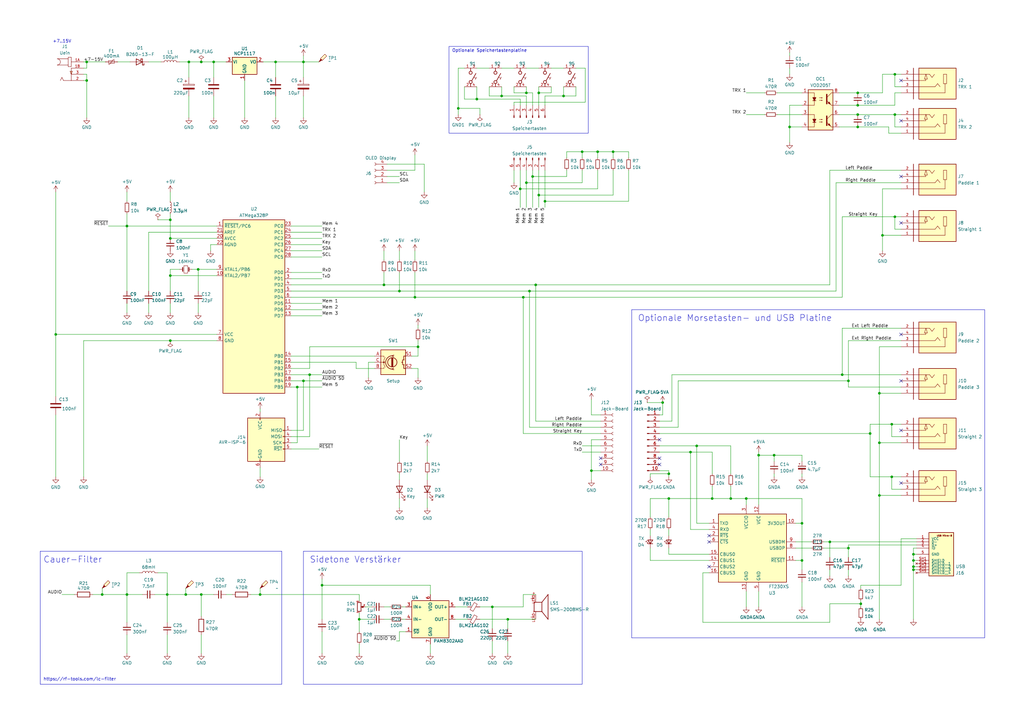
<source format=kicad_sch>
(kicad_sch (version 20230121) (generator eeschema)

  (uuid 854b5595-86e1-4ffa-88fb-a2c16da0c22c)

  (paper "A3")

  (title_block
    (title "BJ-Keyer")
    (date "2023-05-20")
    (rev "1.01")
    (company "Tom, DL7BJ")
    (comment 1 "Morsekeyer für 2 TRX, 3 Paddle, 3 Handtasten")
    (comment 2 "tom@dl7bj.de - https://isnix.de")
  )

  

  (junction (at 238.76 62.23) (diameter 0) (color 0 0 0 0)
    (uuid 012b8c40-5bd1-4c6b-8b9d-a12986167771)
  )
  (junction (at 121.92 158.75) (diameter 0) (color 0 0 0 0)
    (uuid 014ceaa4-fa7e-4db9-b9ff-3ef3bc6ea093)
  )
  (junction (at 113.03 25.4) (diameter 0) (color 0 0 0 0)
    (uuid 05dc2993-11a4-4c06-bca4-2ff5b931ce8b)
  )
  (junction (at 360.68 203.2) (diameter 0) (color 0 0 0 0)
    (uuid 0b45b948-3288-4c68-8fdb-879697d073cf)
  )
  (junction (at 274.32 194.31) (diameter 0) (color 0 0 0 0)
    (uuid 113fd192-3dfa-4837-8841-62ea3aa87fe7)
  )
  (junction (at 219.71 116.84) (diameter 0) (color 0 0 0 0)
    (uuid 129ec209-c009-41f4-a251-fedf7ecf3f6e)
  )
  (junction (at 245.11 62.23) (diameter 0) (color 0 0 0 0)
    (uuid 12b4c8ff-8445-4945-8463-faefea66e8d5)
  )
  (junction (at 351.79 38.1) (diameter 0) (color 0 0 0 0)
    (uuid 13a3db63-ba96-4088-a25d-116d39aafa04)
  )
  (junction (at 124.46 25.4) (diameter 0) (color 0 0 0 0)
    (uuid 13aa5b90-1215-4eeb-a429-8928746b66df)
  )
  (junction (at 201.93 248.92) (diameter 0) (color 0 0 0 0)
    (uuid 1fbcda24-77ef-4942-996b-67e77aa35ab7)
  )
  (junction (at 87.63 25.4) (diameter 0) (color 0 0 0 0)
    (uuid 233a0de2-9094-46a8-b702-87c4c87c6075)
  )
  (junction (at 76.2 243.84) (diameter 0) (color 0 0 0 0)
    (uuid 240aebaa-648e-47dd-8cdc-57cfcf26ccd9)
  )
  (junction (at 69.85 97.79) (diameter 0) (color 0 0 0 0)
    (uuid 242bec4b-dae9-4218-8182-0035cac71af4)
  )
  (junction (at 215.9 38.1) (diameter 0) (color 0 0 0 0)
    (uuid 259bc5f7-83b4-42a5-ad7b-dca121889d15)
  )
  (junction (at 271.78 165.1) (diameter 0) (color 0 0 0 0)
    (uuid 28ca6e13-3b5c-4652-aa7e-f18182ffaec7)
  )
  (junction (at 69.85 90.17) (diameter 0) (color 0 0 0 0)
    (uuid 28d656d2-e4ba-47c9-bf3f-e2dbac7b60ca)
  )
  (junction (at 218.44 72.39) (diameter 0) (color 0 0 0 0)
    (uuid 29e280c9-0a5f-469c-80e7-ab210f563533)
  )
  (junction (at 283.21 185.42) (diameter 0) (color 0 0 0 0)
    (uuid 2adc8c31-1d9b-4f33-9ce4-3faffb513044)
  )
  (junction (at 361.95 96.52) (diameter 0) (color 0 0 0 0)
    (uuid 2ae238eb-b34c-43ec-8a66-a28987b3d100)
  )
  (junction (at 170.18 121.92) (diameter 0) (color 0 0 0 0)
    (uuid 322bc56b-254f-4738-97f4-bfc5d184717d)
  )
  (junction (at 157.48 116.84) (diameter 0) (color 0 0 0 0)
    (uuid 358f8d11-7143-4a8d-b83a-163449e23caf)
  )
  (junction (at 82.55 243.84) (diameter 0) (color 0 0 0 0)
    (uuid 433aa2e6-072b-487a-842b-3cee4b8100e1)
  )
  (junction (at 195.58 40.64) (diameter 0) (color 0 0 0 0)
    (uuid 43cf86fa-d34b-49d1-91ca-31f048a81b63)
  )
  (junction (at 356.87 177.8) (diameter 0) (color 0 0 0 0)
    (uuid 4586e087-b9ec-421a-a6b4-2400358c69c0)
  )
  (junction (at 22.86 137.16) (diameter 0) (color 0 0 0 0)
    (uuid 497e8db0-8dd0-49b4-b7ff-3b129ea684cc)
  )
  (junction (at 251.46 62.23) (diameter 0) (color 0 0 0 0)
    (uuid 4a78f394-33e8-4b5c-ad4e-c5da83798d55)
  )
  (junction (at 306.07 204.47) (diameter 0) (color 0 0 0 0)
    (uuid 5000c705-9a09-4635-827c-c70ff99f3167)
  )
  (junction (at 220.98 80.01) (diameter 0) (color 0 0 0 0)
    (uuid 50986459-e467-466a-b2d8-fa7e988f2215)
  )
  (junction (at 317.5 186.69) (diameter 0) (color 0 0 0 0)
    (uuid 5201eadb-d70d-4528-bc26-cc231e489aa3)
  )
  (junction (at 68.58 243.84) (diameter 0) (color 0 0 0 0)
    (uuid 56922f31-6580-403d-b410-b802ca0dee8a)
  )
  (junction (at 81.28 110.49) (diameter 0) (color 0 0 0 0)
    (uuid 5c422fbd-3fae-427b-aa02-c29c173ad9e8)
  )
  (junction (at 365.76 195.58) (diameter 0) (color 0 0 0 0)
    (uuid 5eefc87f-040e-4b75-a5db-9f76c200a93d)
  )
  (junction (at 77.47 25.4) (diameter 0) (color 0 0 0 0)
    (uuid 66233eaf-b01d-4143-9d04-d6a7a556f232)
  )
  (junction (at 311.15 186.69) (diameter 0) (color 0 0 0 0)
    (uuid 68028c4d-33d3-4d6c-952b-03802caae2be)
  )
  (junction (at 35.56 33.02) (diameter 0) (color 0 0 0 0)
    (uuid 6c1459a7-2770-402c-9cea-c5ea227a79cf)
  )
  (junction (at 215.9 74.93) (diameter 0) (color 0 0 0 0)
    (uuid 7aeb6820-aede-4d56-9e45-458d1287579c)
  )
  (junction (at 69.85 139.7) (diameter 0) (color 0 0 0 0)
    (uuid 7ec600be-cd9a-4fec-9fb2-36145bd06810)
  )
  (junction (at 323.85 52.07) (diameter 0) (color 0 0 0 0)
    (uuid 832f52b9-f546-45bd-8a68-52ebab615251)
  )
  (junction (at 351.79 46.99) (diameter 0) (color 0 0 0 0)
    (uuid 85372248-2840-4477-b1bb-57157a20b7f0)
  )
  (junction (at 231.14 39.37) (diameter 0) (color 0 0 0 0)
    (uuid 8638d427-0da7-4a3c-b301-4aaa807c06c4)
  )
  (junction (at 132.08 240.03) (diameter 0) (color 0 0 0 0)
    (uuid 8b3fabeb-1605-4238-8afb-172028c7cc55)
  )
  (junction (at 351.79 43.18) (diameter 0) (color 0 0 0 0)
    (uuid 8b853de2-3bcf-4464-b368-e5f24f701fd5)
  )
  (junction (at 374.65 227.33) (diameter 0) (color 0 0 0 0)
    (uuid 8e3ac8f4-9975-4fb4-aee7-d3d23f775cdc)
  )
  (junction (at 52.07 243.84) (diameter 0) (color 0 0 0 0)
    (uuid 94b58a66-4300-4f15-b53c-1f03e25cf020)
  )
  (junction (at 187.96 44.45) (diameter 0) (color 0 0 0 0)
    (uuid 9897d8f6-6c44-49ef-877f-ff7e5e177aa8)
  )
  (junction (at 367.03 30.48) (diameter 0) (color 0 0 0 0)
    (uuid 9b3b1e57-f2c3-4d24-8aae-a88ede67d6d0)
  )
  (junction (at 171.45 142.24) (diameter 0) (color 0 0 0 0)
    (uuid 9c4e9e38-b614-4639-baed-448eb702c5a2)
  )
  (junction (at 374.65 233.68) (diameter 0) (color 0 0 0 0)
    (uuid 9fe34222-ae21-4c9f-9e51-4c009067a4f2)
  )
  (junction (at 367.03 88.9) (diameter 0) (color 0 0 0 0)
    (uuid a2a2c002-c013-4ef7-b8be-207bbab88082)
  )
  (junction (at 242.57 193.04) (diameter 0) (color 0 0 0 0)
    (uuid a6493884-234a-4ed2-94a6-9f31d0052b22)
  )
  (junction (at 292.1 204.47) (diameter 0) (color 0 0 0 0)
    (uuid a910aed4-3423-4ce0-9b31-c6806253823b)
  )
  (junction (at 220.98 38.1) (diameter 0) (color 0 0 0 0)
    (uuid a9719473-84b7-4406-ad97-8824100b74e6)
  )
  (junction (at 106.68 243.84) (diameter 0) (color 0 0 0 0)
    (uuid ab397ffe-1059-4e13-8f78-f9b70f55f4f0)
  )
  (junction (at 374.65 229.87) (diameter 0) (color 0 0 0 0)
    (uuid acfa9cef-d397-47aa-afa4-87196ed243dd)
  )
  (junction (at 345.44 153.67) (diameter 0) (color 0 0 0 0)
    (uuid ae9c246e-5d69-44f0-85e4-a33a73d7756b)
  )
  (junction (at 374.65 232.41) (diameter 0) (color 0 0 0 0)
    (uuid af23fec2-c6cd-49b1-ab0a-0377e7033ca0)
  )
  (junction (at 127 153.67) (diameter 0) (color 0 0 0 0)
    (uuid b2e4ff79-b1ed-4fa7-b3ef-bd80f441c365)
  )
  (junction (at 328.93 214.63) (diameter 0) (color 0 0 0 0)
    (uuid b432e85c-f87c-4c74-9a35-d233faeb513c)
  )
  (junction (at 353.06 247.65) (diameter 0) (color 0 0 0 0)
    (uuid b6ec59be-516a-4107-a6b2-875834c210e1)
  )
  (junction (at 208.28 254) (diameter 0) (color 0 0 0 0)
    (uuid b7b361e7-fa8c-4d56-a195-a0758190508a)
  )
  (junction (at 340.36 222.25) (diameter 0) (color 0 0 0 0)
    (uuid baad58e0-6777-4383-af5a-0c1d547f98e7)
  )
  (junction (at 35.56 25.4) (diameter 0) (color 0 0 0 0)
    (uuid bb8b1b82-ede1-4d62-8673-d18106a88598)
  )
  (junction (at 351.79 52.07) (diameter 0) (color 0 0 0 0)
    (uuid bb8e9b7a-8a69-42b0-8811-7507f9205bc5)
  )
  (junction (at 163.83 119.38) (diameter 0) (color 0 0 0 0)
    (uuid bd05bd30-18aa-4309-967f-6645054d9892)
  )
  (junction (at 360.68 181.61) (diameter 0) (color 0 0 0 0)
    (uuid be114405-82a6-400e-a5c3-2202b1d372ae)
  )
  (junction (at 214.63 121.92) (diameter 0) (color 0 0 0 0)
    (uuid bfd76a72-581f-4fc0-b245-6fc2ca2e3e7b)
  )
  (junction (at 223.52 82.55) (diameter 0) (color 0 0 0 0)
    (uuid c3fa369f-43f3-452e-a1a4-0a3ccc473d1d)
  )
  (junction (at 213.36 77.47) (diameter 0) (color 0 0 0 0)
    (uuid cb830e41-f1cf-4f5d-ab54-2020419b00a4)
  )
  (junction (at 367.03 46.99) (diameter 0) (color 0 0 0 0)
    (uuid d2fcabda-264b-41ea-8feb-1a1740759d1a)
  )
  (junction (at 347.98 224.79) (diameter 0) (color 0 0 0 0)
    (uuid d8bb64cb-fdda-4fad-95ee-ea6f741d37bb)
  )
  (junction (at 69.85 113.03) (diameter 0) (color 0 0 0 0)
    (uuid dd1d87d5-ae7e-4435-b054-339396340513)
  )
  (junction (at 217.17 119.38) (diameter 0) (color 0 0 0 0)
    (uuid e5558329-c883-4269-9712-2cd77583559e)
  )
  (junction (at 52.07 92.71) (diameter 0) (color 0 0 0 0)
    (uuid e6b7622d-4eca-42d5-a90f-0fa6d145fc6b)
  )
  (junction (at 365.76 173.99) (diameter 0) (color 0 0 0 0)
    (uuid e87b0023-b8f1-43a5-bf42-a9afbd49de91)
  )
  (junction (at 360.68 161.29) (diameter 0) (color 0 0 0 0)
    (uuid e89c0e52-dc09-420a-a74c-93c9f2d4ce8d)
  )
  (junction (at 124.46 156.21) (diameter 0) (color 0 0 0 0)
    (uuid ee1115df-7a96-49be-ba50-031335b68446)
  )
  (junction (at 41.91 243.84) (diameter 0) (color 0 0 0 0)
    (uuid ef150f67-84e9-4e24-8168-55568e5c7184)
  )
  (junction (at 347.98 156.21) (diameter 0) (color 0 0 0 0)
    (uuid ef3080b3-78e8-4829-a7cc-6ca954600de8)
  )
  (junction (at 205.74 39.37) (diameter 0) (color 0 0 0 0)
    (uuid ef44985e-cd88-4ba7-a247-50a038c3c87e)
  )
  (junction (at 299.72 204.47) (diameter 0) (color 0 0 0 0)
    (uuid f097811e-22ea-4603-8505-c32ac204c20a)
  )
  (junction (at 285.75 182.88) (diameter 0) (color 0 0 0 0)
    (uuid f150a03d-33fd-45e5-ac97-baaa49fb24ab)
  )
  (junction (at 274.32 204.47) (diameter 0) (color 0 0 0 0)
    (uuid f3a9997f-c729-4dab-845f-7feac7343b1c)
  )
  (junction (at 328.93 229.87) (diameter 0) (color 0 0 0 0)
    (uuid f3b5a834-aff1-4d0c-b322-590b3be90c33)
  )
  (junction (at 82.55 25.4) (diameter 0) (color 0 0 0 0)
    (uuid f440139d-7e72-4e52-ac27-81b2b8c2a4bb)
  )
  (junction (at 147.32 254) (diameter 0) (color 0 0 0 0)
    (uuid f8648b5f-56a0-4e84-954d-f809080ddb2a)
  )

  (no_connect (at 369.57 137.16) (uuid 2e127829-fe4c-40ba-84f8-01ca0d3bf6c6))
  (no_connect (at 290.83 232.41) (uuid 340178ee-d2dc-444f-8c7e-b00ede0da2ce))
  (no_connect (at 270.51 180.34) (uuid 488fdef4-13e4-4c66-9bdc-461d266fa7a6))
  (no_connect (at 246.38 187.96) (uuid 5f8f81a8-a273-4b25-9e1e-2802dc3d614f))
  (no_connect (at 290.83 222.25) (uuid 740ed114-4f42-454c-8f77-ef7074d0f47b))
  (no_connect (at 246.38 190.5) (uuid 78d2bcc8-717e-4958-af7e-a1167d5f5ddd))
  (no_connect (at 369.57 198.12) (uuid 847986ce-47b9-4dc6-b568-eb44c3426684))
  (no_connect (at 369.57 33.02) (uuid 8a4822bd-aee2-44fb-a109-5218fa1c5613))
  (no_connect (at 369.57 156.21) (uuid 96e2f4f4-3428-40bb-98ae-f83c607aedce))
  (no_connect (at 369.57 72.39) (uuid baf643b0-9d46-4128-a517-3210138fd8bf))
  (no_connect (at 369.57 49.53) (uuid c2eabd4b-f501-4d46-981f-f05e5edf9068))
  (no_connect (at 270.51 190.5) (uuid c7159337-7b1e-4dd1-84c1-731829451068))
  (no_connect (at 270.51 187.96) (uuid cbf08482-69e4-40fb-8052-e274b2257363))
  (no_connect (at 290.83 219.71) (uuid ced1cf68-8b23-4c3b-b6fb-ea9c27d9f56c))
  (no_connect (at 369.57 176.53) (uuid e9a6b52b-d79f-478c-9f41-08ac30e54344))
  (no_connect (at 369.57 91.44) (uuid eb0aa2ff-5e73-4d5b-8e17-87ae7629a749))

  (wire (pts (xy 44.45 92.71) (xy 52.07 92.71))
    (stroke (width 0) (type default))
    (uuid 00d85d07-4839-4c98-a129-21d30fb6d242)
  )
  (wire (pts (xy 69.85 97.79) (xy 88.9 97.79))
    (stroke (width 0) (type default))
    (uuid 00f68684-571e-4277-8311-4dea4d219387)
  )
  (wire (pts (xy 163.83 259.08) (xy 166.37 259.08))
    (stroke (width 0) (type default))
    (uuid 01c35b64-5b61-47ef-afb2-055006d5e293)
  )
  (wire (pts (xy 231.14 39.37) (xy 231.14 35.56))
    (stroke (width 0) (type default))
    (uuid 024552ec-eeee-4785-8910-7a296b22389c)
  )
  (wire (pts (xy 69.85 139.7) (xy 88.9 139.7))
    (stroke (width 0) (type default))
    (uuid 02dccc3b-a63a-4ec0-a21b-347484c54b42)
  )
  (wire (pts (xy 337.82 224.79) (xy 347.98 224.79))
    (stroke (width 0) (type default))
    (uuid 04011f1e-b725-4a2b-b4e8-e01af07e476f)
  )
  (wire (pts (xy 147.32 254) (xy 147.32 259.08))
    (stroke (width 0) (type default))
    (uuid 04d6d9dc-11e9-45dc-be96-9234e7f07739)
  )
  (wire (pts (xy 124.46 156.21) (xy 124.46 176.53))
    (stroke (width 0) (type default))
    (uuid 0541dbfb-c1b8-4d97-9d2d-07cb259e9141)
  )
  (wire (pts (xy 35.56 33.02) (xy 35.56 48.26))
    (stroke (width 0) (type default))
    (uuid 0583f7db-d725-4d98-b159-a1169a4ade52)
  )
  (wire (pts (xy 205.74 35.56) (xy 205.74 39.37))
    (stroke (width 0) (type default))
    (uuid 05a1626e-b705-49a1-ad4a-bbc6443dd7d5)
  )
  (wire (pts (xy 81.28 110.49) (xy 88.9 110.49))
    (stroke (width 0) (type default))
    (uuid 08ad99b4-e4d7-4482-83b6-539e2c1911ae)
  )
  (wire (pts (xy 278.13 156.21) (xy 347.98 156.21))
    (stroke (width 0) (type default))
    (uuid 0a1aa632-5414-41bb-ac6a-a2d37c7bcf48)
  )
  (wire (pts (xy 69.85 113.03) (xy 88.9 113.03))
    (stroke (width 0) (type default))
    (uuid 0c8fa28b-963a-409d-ab3d-df1de66a8da4)
  )
  (wire (pts (xy 215.9 69.85) (xy 215.9 74.93))
    (stroke (width 0) (type default))
    (uuid 0c9f7193-e2e5-48f2-8ad9-2404d7615e98)
  )
  (wire (pts (xy 34.29 139.7) (xy 69.85 139.7))
    (stroke (width 0) (type default))
    (uuid 0d16f51f-8eaa-4e42-9fb9-a4f3fed79a1b)
  )
  (wire (pts (xy 127 153.67) (xy 132.08 153.67))
    (stroke (width 0) (type default))
    (uuid 0f3a6cc7-87f4-4736-9d4d-c45fb743001c)
  )
  (wire (pts (xy 323.85 43.18) (xy 323.85 52.07))
    (stroke (width 0) (type default))
    (uuid 0f5a4310-882a-47dd-80ce-e2f7dc33569c)
  )
  (wire (pts (xy 218.44 38.1) (xy 215.9 38.1))
    (stroke (width 0) (type default))
    (uuid 0f996ffc-cd38-41c0-9de7-863d021527e1)
  )
  (wire (pts (xy 171.45 151.13) (xy 171.45 154.94))
    (stroke (width 0) (type default))
    (uuid 0fcf05e0-37cf-41bf-bd09-5e4c68f8f5ed)
  )
  (wire (pts (xy 311.15 186.69) (xy 311.15 207.01))
    (stroke (width 0) (type default))
    (uuid 10262007-8273-4bb8-8ab5-1b4d17251d51)
  )
  (wire (pts (xy 113.03 25.4) (xy 124.46 25.4))
    (stroke (width 0) (type default))
    (uuid 10f09998-e973-4e80-8000-0a4fd5cf6e10)
  )
  (wire (pts (xy 364.49 52.07) (xy 364.49 54.61))
    (stroke (width 0) (type default))
    (uuid 1140eded-6bf3-4d64-a25c-5e5115de7ce5)
  )
  (wire (pts (xy 171.45 142.24) (xy 171.45 146.05))
    (stroke (width 0) (type default))
    (uuid 114ebff9-fc04-4bde-8812-8b8f7ab02470)
  )
  (wire (pts (xy 240.03 41.91) (xy 210.82 41.91))
    (stroke (width 0) (type default))
    (uuid 11e44898-df8e-43ae-83fb-07ab748fe6d0)
  )
  (wire (pts (xy 119.38 111.76) (xy 132.08 111.76))
    (stroke (width 0) (type default))
    (uuid 120f1f2e-3eb5-4ea1-a531-88ec268f0ede)
  )
  (wire (pts (xy 251.46 80.01) (xy 220.98 80.01))
    (stroke (width 0) (type default))
    (uuid 12265ce8-d30a-47ec-99a6-eb2624b1f9fe)
  )
  (wire (pts (xy 76.2 241.3) (xy 76.2 243.84))
    (stroke (width 0) (type default))
    (uuid 12f51350-8436-4351-8f11-4ec1fe26b381)
  )
  (wire (pts (xy 257.81 82.55) (xy 223.52 82.55))
    (stroke (width 0) (type default))
    (uuid 12f596b4-2a1b-4bfe-8068-ee184f23474c)
  )
  (wire (pts (xy 220.98 35.56) (xy 220.98 38.1))
    (stroke (width 0) (type default))
    (uuid 13d6c657-d211-4d01-95f2-421aa66e7803)
  )
  (wire (pts (xy 232.41 72.39) (xy 218.44 72.39))
    (stroke (width 0) (type default))
    (uuid 14bb3b84-d5cd-4680-94e2-b5378527d5ed)
  )
  (wire (pts (xy 170.18 121.92) (xy 214.63 121.92))
    (stroke (width 0) (type default))
    (uuid 14c5bd66-0c27-49e5-a4e2-e95f37576826)
  )
  (wire (pts (xy 119.38 129.54) (xy 132.08 129.54))
    (stroke (width 0) (type default))
    (uuid 150ca36d-4c33-474c-aa20-f8e3892306b4)
  )
  (wire (pts (xy 356.87 195.58) (xy 365.76 195.58))
    (stroke (width 0) (type default))
    (uuid 15a71dbb-f0f2-491f-9561-c304bfd19051)
  )
  (wire (pts (xy 353.06 246.38) (xy 353.06 247.65))
    (stroke (width 0) (type default))
    (uuid 16017457-3cb9-40e3-86a0-591c6f72319d)
  )
  (wire (pts (xy 232.41 69.85) (xy 232.41 72.39))
    (stroke (width 0) (type default))
    (uuid 1646e9f2-e841-4f5d-ad06-cdd69e880f89)
  )
  (wire (pts (xy 163.83 180.34) (xy 163.83 189.23))
    (stroke (width 0) (type default))
    (uuid 169c634a-2005-4f10-8647-c654626c13a2)
  )
  (wire (pts (xy 306.07 38.1) (xy 313.69 38.1))
    (stroke (width 0) (type default))
    (uuid 17889252-f3f6-4e48-8213-86d3ac300c36)
  )
  (wire (pts (xy 292.1 185.42) (xy 292.1 194.31))
    (stroke (width 0) (type default))
    (uuid 179d2717-b7ef-4c24-86f3-b2a930475c49)
  )
  (wire (pts (xy 187.96 27.94) (xy 190.5 27.94))
    (stroke (width 0) (type default))
    (uuid 17ebd5bb-49ec-4c65-bff8-898a73dddb5c)
  )
  (wire (pts (xy 351.79 38.1) (xy 361.95 38.1))
    (stroke (width 0) (type default))
    (uuid 181e3c17-5ee7-4442-9dfc-98f599fee3fc)
  )
  (wire (pts (xy 34.29 33.02) (xy 35.56 33.02))
    (stroke (width 0) (type default))
    (uuid 18819fb2-e15d-4a93-96ae-423b837df9d9)
  )
  (wire (pts (xy 245.11 62.23) (xy 245.11 64.77))
    (stroke (width 0) (type default))
    (uuid 18d1c367-a332-42b0-a196-76894c495ede)
  )
  (wire (pts (xy 288.29 234.95) (xy 288.29 255.27))
    (stroke (width 0) (type default))
    (uuid 19cce670-ceba-4447-9591-d0fe04cf7f5f)
  )
  (wire (pts (xy 214.63 243.84) (xy 214.63 248.92))
    (stroke (width 0) (type default))
    (uuid 1a1d2784-47a4-4027-8bb7-07a49bf867e5)
  )
  (wire (pts (xy 353.06 247.65) (xy 353.06 248.92))
    (stroke (width 0) (type default))
    (uuid 1a663290-31b9-45bb-b094-6db7e88b3cfd)
  )
  (wire (pts (xy 119.38 95.25) (xy 132.08 95.25))
    (stroke (width 0) (type default))
    (uuid 1bc86a9d-25cc-4c0d-983a-f720f0b0eb8e)
  )
  (wire (pts (xy 326.39 229.87) (xy 328.93 229.87))
    (stroke (width 0) (type default))
    (uuid 1bf776e3-526e-4ee3-ad6a-78b462be4d36)
  )
  (wire (pts (xy 163.83 204.47) (xy 163.83 208.28))
    (stroke (width 0) (type default))
    (uuid 1cd5f937-d236-49c7-a662-cae572f33993)
  )
  (wire (pts (xy 158.75 74.93) (xy 163.83 74.93))
    (stroke (width 0) (type default))
    (uuid 1ce9891e-de8d-46d8-be4f-a2b1c4f0d2b7)
  )
  (wire (pts (xy 374.65 224.79) (xy 374.65 227.33))
    (stroke (width 0) (type default))
    (uuid 1ceb78a6-116b-491b-95fc-6f46815edd03)
  )
  (wire (pts (xy 360.68 142.24) (xy 369.57 142.24))
    (stroke (width 0) (type default))
    (uuid 1e302f35-a27b-4463-9dc7-1b91d120e9ee)
  )
  (wire (pts (xy 223.52 69.85) (xy 223.52 82.55))
    (stroke (width 0) (type default))
    (uuid 1e42e175-c1b2-4057-b893-a5f85146a7cc)
  )
  (wire (pts (xy 132.08 259.08) (xy 132.08 267.97))
    (stroke (width 0) (type default))
    (uuid 1efae536-12bf-4904-9936-cf00171ddc2b)
  )
  (wire (pts (xy 87.63 39.37) (xy 87.63 48.26))
    (stroke (width 0) (type default))
    (uuid 1f638e34-ee4d-4b69-9486-58829b649b8b)
  )
  (wire (pts (xy 340.36 247.65) (xy 353.06 247.65))
    (stroke (width 0) (type default))
    (uuid 1f765b9f-e1d9-4e9c-bbf4-b2aec1a7c91d)
  )
  (wire (pts (xy 41.91 241.3) (xy 41.91 243.84))
    (stroke (width 0) (type default))
    (uuid 202054d2-deea-4707-b94f-a131d0131d8f)
  )
  (wire (pts (xy 157.48 111.76) (xy 157.48 116.84))
    (stroke (width 0) (type default))
    (uuid 20ade33e-0cf2-4da7-89d8-2c579a3343e2)
  )
  (wire (pts (xy 195.58 40.64) (xy 190.5 40.64))
    (stroke (width 0) (type default))
    (uuid 20f89181-e965-45f3-adeb-598edcf3ac1f)
  )
  (wire (pts (xy 328.93 233.68) (xy 328.93 229.87))
    (stroke (width 0) (type default))
    (uuid 210acafa-9217-4fad-bc2d-1a9caa89acb7)
  )
  (wire (pts (xy 374.65 229.87) (xy 375.92 229.87))
    (stroke (width 0) (type default))
    (uuid 211cc5e1-2850-4836-b32f-903e8b19ab4c)
  )
  (wire (pts (xy 274.32 204.47) (xy 266.7 204.47))
    (stroke (width 0) (type default))
    (uuid 2150c2ce-2b46-4f20-8edd-dd6f683b947d)
  )
  (wire (pts (xy 360.68 142.24) (xy 360.68 161.29))
    (stroke (width 0) (type default))
    (uuid 21c1b368-cb21-45a3-b86f-e52138ebcc0f)
  )
  (wire (pts (xy 106.68 241.3) (xy 106.68 243.84))
    (stroke (width 0) (type default))
    (uuid 220cb0ad-c9a5-4d03-9c20-5569bb7b3aa4)
  )
  (wire (pts (xy 157.48 248.92) (xy 160.02 248.92))
    (stroke (width 0) (type default))
    (uuid 223f9ec6-3278-43a6-b152-22d101f83404)
  )
  (wire (pts (xy 205.74 39.37) (xy 200.66 39.37))
    (stroke (width 0) (type default))
    (uuid 22e97816-049a-49d7-90b4-db208ac014aa)
  )
  (wire (pts (xy 270.51 175.26) (xy 278.13 175.26))
    (stroke (width 0) (type default))
    (uuid 230dd116-e0a0-4679-bb9d-f3798fe952fe)
  )
  (wire (pts (xy 119.38 156.21) (xy 124.46 156.21))
    (stroke (width 0) (type default))
    (uuid 235bc4e6-c9d1-4aad-a89f-f42585ce3767)
  )
  (wire (pts (xy 176.53 264.16) (xy 176.53 267.97))
    (stroke (width 0) (type default))
    (uuid 24a16e44-8469-4a53-bf15-c9cdbed7366b)
  )
  (wire (pts (xy 119.38 184.15) (xy 130.81 184.15))
    (stroke (width 0) (type default))
    (uuid 25082a05-e728-413d-b2d7-8d4b2ab67237)
  )
  (wire (pts (xy 347.98 224.79) (xy 347.98 228.6))
    (stroke (width 0) (type default))
    (uuid 25277dcc-76a8-4ff4-8ed0-8cde19b8807c)
  )
  (wire (pts (xy 106.68 167.64) (xy 106.68 168.91))
    (stroke (width 0) (type default))
    (uuid 267cef51-7b57-4f2b-a69b-e7876f15b9e5)
  )
  (wire (pts (xy 299.72 204.47) (xy 292.1 204.47))
    (stroke (width 0) (type default))
    (uuid 2786d5ba-5e3a-49ae-ac6f-a952f5db13af)
  )
  (wire (pts (xy 146.05 151.13) (xy 153.67 151.13))
    (stroke (width 0) (type default))
    (uuid 27c34eaf-0c9f-434e-bda9-f799e05c017f)
  )
  (wire (pts (xy 78.74 110.49) (xy 81.28 110.49))
    (stroke (width 0) (type default))
    (uuid 283cabff-69e9-41fe-a6f3-b4704b680bc2)
  )
  (wire (pts (xy 328.93 238.76) (xy 328.93 248.92))
    (stroke (width 0) (type default))
    (uuid 2862e68e-e124-4bce-80d9-003da3e8735c)
  )
  (wire (pts (xy 170.18 111.76) (xy 170.18 121.92))
    (stroke (width 0) (type default))
    (uuid 2869cf22-0e5a-4744-8f7b-e82d2abacd13)
  )
  (wire (pts (xy 270.51 170.18) (xy 271.78 170.18))
    (stroke (width 0) (type default))
    (uuid 28ff4f01-5d43-4c60-81fb-bf07fdc48515)
  )
  (wire (pts (xy 369.57 30.48) (xy 367.03 30.48))
    (stroke (width 0) (type default))
    (uuid 2a97c070-dbd3-4e7f-9405-ee4713d6cdbd)
  )
  (wire (pts (xy 271.78 170.18) (xy 271.78 165.1))
    (stroke (width 0) (type default))
    (uuid 2b144e7a-038b-488f-b314-95bcf4a864ac)
  )
  (wire (pts (xy 328.93 194.31) (xy 328.93 195.58))
    (stroke (width 0) (type default))
    (uuid 2b22de7f-265e-4ce2-9375-c3d9799e2f96)
  )
  (wire (pts (xy 323.85 21.59) (xy 323.85 22.86))
    (stroke (width 0) (type default))
    (uuid 2c77a84b-e6c1-4e61-be85-5b881945b4a5)
  )
  (wire (pts (xy 323.85 27.94) (xy 323.85 30.48))
    (stroke (width 0) (type default))
    (uuid 2d1164d1-d591-40fb-bd79-72821d63470c)
  )
  (wire (pts (xy 87.63 25.4) (xy 92.71 25.4))
    (stroke (width 0) (type default))
    (uuid 2dd19300-63cf-4230-9fba-4e65cc295843)
  )
  (wire (pts (xy 215.9 43.18) (xy 215.9 39.37))
    (stroke (width 0) (type default))
    (uuid 2e8a2bc2-0908-4812-b600-73c4ea75098d)
  )
  (wire (pts (xy 68.58 234.95) (xy 68.58 243.84))
    (stroke (width 0) (type default))
    (uuid 2ec30865-54a6-4ac2-a420-4870dd807090)
  )
  (wire (pts (xy 102.87 243.84) (xy 106.68 243.84))
    (stroke (width 0) (type default))
    (uuid 2ef4a4fb-4380-4061-bfa6-78901cfb0c2d)
  )
  (wire (pts (xy 340.36 222.25) (xy 375.92 222.25))
    (stroke (width 0) (type default))
    (uuid 2f22fba5-0577-4f2a-8fb3-9b60640caef0)
  )
  (wire (pts (xy 119.38 102.87) (xy 132.08 102.87))
    (stroke (width 0) (type default))
    (uuid 2f3397c4-4f47-436f-9178-d80ea865ca5e)
  )
  (wire (pts (xy 356.87 173.99) (xy 365.76 173.99))
    (stroke (width 0) (type default))
    (uuid 31da6676-243c-4ff1-bc2b-3a965b397216)
  )
  (wire (pts (xy 163.83 102.87) (xy 163.83 106.68))
    (stroke (width 0) (type default))
    (uuid 32086f30-3658-467a-8355-efdcf4c60b10)
  )
  (wire (pts (xy 347.98 158.75) (xy 347.98 156.21))
    (stroke (width 0) (type default))
    (uuid 338db1c9-1b05-4297-90bf-b63f4b18c7e5)
  )
  (wire (pts (xy 158.75 72.39) (xy 163.83 72.39))
    (stroke (width 0) (type default))
    (uuid 33fc2d12-ad63-4a4f-9905-f6e53221169a)
  )
  (wire (pts (xy 157.48 102.87) (xy 157.48 106.68))
    (stroke (width 0) (type default))
    (uuid 3447e872-3076-4c7e-9bb0-1f751dedd8d0)
  )
  (wire (pts (xy 81.28 110.49) (xy 81.28 119.38))
    (stroke (width 0) (type default))
    (uuid 344bfb22-738f-4c66-8478-a911911446fc)
  )
  (wire (pts (xy 124.46 176.53) (xy 119.38 176.53))
    (stroke (width 0) (type default))
    (uuid 35817b34-81f0-4ad3-b678-ce0ba89f528b)
  )
  (wire (pts (xy 52.07 78.74) (xy 52.07 82.55))
    (stroke (width 0) (type default))
    (uuid 35f28c74-3c48-4237-85e2-b5b6be8c77b2)
  )
  (wire (pts (xy 283.21 217.17) (xy 283.21 185.42))
    (stroke (width 0) (type default))
    (uuid 366723fc-58c3-4668-b227-29d24e28a9fa)
  )
  (wire (pts (xy 275.59 172.72) (xy 270.51 172.72))
    (stroke (width 0) (type default))
    (uuid 3721b86f-7d22-4efd-9402-4acec43aef3a)
  )
  (wire (pts (xy 218.44 69.85) (xy 218.44 72.39))
    (stroke (width 0) (type default))
    (uuid 373537c7-79f3-4cb0-aeef-e6677d1b30c7)
  )
  (wire (pts (xy 106.68 243.84) (xy 147.32 243.84))
    (stroke (width 0) (type default))
    (uuid 3874d1a0-39a5-4c70-848c-1b2a6681b56f)
  )
  (wire (pts (xy 369.57 93.98) (xy 367.03 93.98))
    (stroke (width 0) (type default))
    (uuid 38b98cc2-1e43-4e43-8d3e-7608626e6e77)
  )
  (wire (pts (xy 374.65 232.41) (xy 375.92 232.41))
    (stroke (width 0) (type default))
    (uuid 39088f91-27d9-46d7-b445-dc76179e8c45)
  )
  (wire (pts (xy 86.36 102.87) (xy 86.36 100.33))
    (stroke (width 0) (type default))
    (uuid 39d57b7a-ec5c-4b45-8720-405f3df00412)
  )
  (wire (pts (xy 64.77 234.95) (xy 68.58 234.95))
    (stroke (width 0) (type default))
    (uuid 3ad9dea7-ec07-4033-b625-5c22ee2d5e26)
  )
  (wire (pts (xy 242.57 193.04) (xy 242.57 196.85))
    (stroke (width 0) (type default))
    (uuid 3d1f44ab-d708-4aaf-8067-3ecf5d7073fd)
  )
  (wire (pts (xy 242.57 170.18) (xy 242.57 163.83))
    (stroke (width 0) (type default))
    (uuid 3d54d01b-929e-4ec9-9e54-0de79276d6fb)
  )
  (wire (pts (xy 274.32 204.47) (xy 274.32 212.09))
    (stroke (width 0) (type default))
    (uuid 3da3274a-a094-4b27-bcfd-bebf503f734e)
  )
  (wire (pts (xy 119.38 124.46) (xy 132.08 124.46))
    (stroke (width 0) (type default))
    (uuid 3dc8fcaa-efeb-44cc-9615-95de9d6af91b)
  )
  (wire (pts (xy 218.44 72.39) (xy 218.44 85.09))
    (stroke (width 0) (type default))
    (uuid 3ed09e44-230d-4732-8ba9-986ff24ab574)
  )
  (wire (pts (xy 344.17 46.99) (xy 351.79 46.99))
    (stroke (width 0) (type default))
    (uuid 40010b87-9d63-4d23-b338-6796a665847f)
  )
  (wire (pts (xy 119.38 181.61) (xy 121.92 181.61))
    (stroke (width 0) (type default))
    (uuid 407783b0-8bcf-45ca-bf59-7e0019bbb7a1)
  )
  (wire (pts (xy 175.26 204.47) (xy 175.26 208.28))
    (stroke (width 0) (type default))
    (uuid 408bb0d1-d6fe-4346-80fc-93be0a993ecc)
  )
  (wire (pts (xy 163.83 119.38) (xy 217.17 119.38))
    (stroke (width 0) (type default))
    (uuid 41b48feb-c443-4693-97e7-11e09180eb65)
  )
  (wire (pts (xy 210.82 38.1) (xy 210.82 35.56))
    (stroke (width 0) (type default))
    (uuid 4288f65d-9e7c-49dd-b520-11c89bbe8c1e)
  )
  (wire (pts (xy 238.76 62.23) (xy 245.11 62.23))
    (stroke (width 0) (type default))
    (uuid 429964dc-5a08-4478-b22e-feff29520c18)
  )
  (wire (pts (xy 196.85 248.92) (xy 201.93 248.92))
    (stroke (width 0) (type default))
    (uuid 43ab2574-0da3-42a7-917f-6231de09417d)
  )
  (wire (pts (xy 208.28 254) (xy 219.71 254))
    (stroke (width 0) (type default))
    (uuid 44840d06-7b85-4c78-b7a2-e972d8927739)
  )
  (wire (pts (xy 245.11 69.85) (xy 245.11 77.47))
    (stroke (width 0) (type default))
    (uuid 44d88d39-fbfd-464c-bbdc-7490b7472d3a)
  )
  (wire (pts (xy 367.03 35.56) (xy 367.03 30.48))
    (stroke (width 0) (type default))
    (uuid 4515b37d-9faf-489d-a923-87facafaed44)
  )
  (wire (pts (xy 367.03 52.07) (xy 367.03 46.99))
    (stroke (width 0) (type default))
    (uuid 45246bf4-da22-4aa8-9bc1-4bbc6adcbb28)
  )
  (wire (pts (xy 345.44 134.62) (xy 369.57 134.62))
    (stroke (width 0) (type default))
    (uuid 45313cc8-da24-4896-b19d-a63aae565e95)
  )
  (wire (pts (xy 360.68 161.29) (xy 369.57 161.29))
    (stroke (width 0) (type default))
    (uuid 459f6874-df9c-4ff2-9668-ee869dc81e00)
  )
  (wire (pts (xy 210.82 69.85) (xy 210.82 74.93))
    (stroke (width 0) (type default))
    (uuid 46102f0f-ed6d-4bea-a49c-98f412f91191)
  )
  (wire (pts (xy 22.86 170.18) (xy 22.86 195.58))
    (stroke (width 0) (type default))
    (uuid 4628d9ad-ee4a-4569-b877-e6aefe8041ab)
  )
  (wire (pts (xy 369.57 220.98) (xy 369.57 240.03))
    (stroke (width 0) (type default))
    (uuid 46b95a8e-cbf4-4976-9b96-f2109e122f5d)
  )
  (wire (pts (xy 317.5 194.31) (xy 317.5 195.58))
    (stroke (width 0) (type default))
    (uuid 4757d77b-1075-4d5d-aa21-0c105d096eda)
  )
  (wire (pts (xy 205.74 27.94) (xy 210.82 27.94))
    (stroke (width 0) (type default))
    (uuid 4767a62e-0703-4f87-a624-937bafb334c8)
  )
  (wire (pts (xy 365.76 173.99) (xy 369.57 173.99))
    (stroke (width 0) (type default))
    (uuid 47a29275-61be-4a09-8d25-e6360374a611)
  )
  (wire (pts (xy 217.17 119.38) (xy 217.17 175.26))
    (stroke (width 0) (type default))
    (uuid 47d81aa6-47d9-4526-bfb5-a26bba740b9e)
  )
  (wire (pts (xy 347.98 139.7) (xy 369.57 139.7))
    (stroke (width 0) (type default))
    (uuid 48023d03-8a37-4be5-8d7b-a3f0423e34ce)
  )
  (wire (pts (xy 374.65 233.68) (xy 374.65 254))
    (stroke (width 0) (type default))
    (uuid 48058777-7791-4407-8830-357ceb2531a3)
  )
  (wire (pts (xy 367.03 38.1) (xy 369.57 38.1))
    (stroke (width 0) (type default))
    (uuid 48aac6e6-3c1f-44bd-bfe0-7f862389cf53)
  )
  (wire (pts (xy 360.68 161.29) (xy 360.68 181.61))
    (stroke (width 0) (type default))
    (uuid 493c280b-f1a1-4440-ac2d-eb89992f998d)
  )
  (wire (pts (xy 69.85 110.49) (xy 69.85 113.03))
    (stroke (width 0) (type default))
    (uuid 4c0428a2-021d-4734-a7f2-d4ee4e82b59d)
  )
  (wire (pts (xy 299.72 194.31) (xy 299.72 182.88))
    (stroke (width 0) (type default))
    (uuid 4c5d1b9e-2bed-4225-a986-bc3ff61cfed8)
  )
  (wire (pts (xy 195.58 35.56) (xy 195.58 40.64))
    (stroke (width 0) (type default))
    (uuid 4c6d8e6c-e064-4633-8398-45a26a6dcea8)
  )
  (wire (pts (xy 367.03 88.9) (xy 367.03 93.98))
    (stroke (width 0) (type default))
    (uuid 4d01a173-a299-4c4c-ae70-15cd8921daa3)
  )
  (wire (pts (xy 223.52 82.55) (xy 223.52 85.09))
    (stroke (width 0) (type default))
    (uuid 4d86e3ab-cfee-4401-9df7-3ac4f43b4fcf)
  )
  (wire (pts (xy 170.18 102.87) (xy 170.18 106.68))
    (stroke (width 0) (type default))
    (uuid 4e93292e-3dad-41c0-84ed-68e7ef71b1b5)
  )
  (wire (pts (xy 369.57 35.56) (xy 367.03 35.56))
    (stroke (width 0) (type default))
    (uuid 4f4b1326-d777-4dc3-805d-e39b54405360)
  )
  (wire (pts (xy 318.77 46.99) (xy 328.93 46.99))
    (stroke (width 0) (type default))
    (uuid 5115acd8-a8f7-4672-89c7-0f2889edf53e)
  )
  (wire (pts (xy 347.98 223.52) (xy 347.98 224.79))
    (stroke (width 0) (type default))
    (uuid 5195bd63-283f-4620-8e1c-23666be0d71b)
  )
  (wire (pts (xy 232.41 62.23) (xy 238.76 62.23))
    (stroke (width 0) (type default))
    (uuid 534c4d72-d7e5-4f8d-86ec-878b488a2d48)
  )
  (wire (pts (xy 356.87 177.8) (xy 270.51 177.8))
    (stroke (width 0) (type default))
    (uuid 5554f9e2-6d82-4aa3-9153-b1a4fcec3e5a)
  )
  (wire (pts (xy 196.85 44.45) (xy 187.96 44.45))
    (stroke (width 0) (type default))
    (uuid 55948b94-afc6-46a7-b400-e675ce68e9bc)
  )
  (wire (pts (xy 215.9 38.1) (xy 210.82 38.1))
    (stroke (width 0) (type default))
    (uuid 56b39ed9-2ed6-402c-b840-cd2d5e594e1a)
  )
  (wire (pts (xy 360.68 203.2) (xy 369.57 203.2))
    (stroke (width 0) (type default))
    (uuid 57648db6-08db-4eed-8204-91a6fae232b5)
  )
  (wire (pts (xy 124.46 39.37) (xy 124.46 48.26))
    (stroke (width 0) (type default))
    (uuid 58a5c4a2-4231-4e4f-a0bd-b01307c6661e)
  )
  (wire (pts (xy 219.71 116.84) (xy 340.36 116.84))
    (stroke (width 0) (type default))
    (uuid 58a8acb9-22a0-4aac-ba26-d6d9a34e3dc6)
  )
  (wire (pts (xy 119.38 100.33) (xy 132.08 100.33))
    (stroke (width 0) (type default))
    (uuid 5964da62-64b4-4668-b440-cffb9f0264a8)
  )
  (wire (pts (xy 69.85 78.74) (xy 69.85 82.55))
    (stroke (width 0) (type default))
    (uuid 59b55e1d-13cf-4bc0-a162-6222ad058ab9)
  )
  (wire (pts (xy 213.36 43.18) (xy 213.36 40.64))
    (stroke (width 0) (type default))
    (uuid 5a990115-538b-4386-8bda-f0b374352ffe)
  )
  (wire (pts (xy 213.36 69.85) (xy 213.36 77.47))
    (stroke (width 0) (type default))
    (uuid 5b4ce265-c10b-4a8a-b6c2-7ee11bd3c463)
  )
  (wire (pts (xy 306.07 207.01) (xy 306.07 204.47))
    (stroke (width 0) (type default))
    (uuid 5ba70fe8-973a-4bf0-9458-903d06fc0b35)
  )
  (wire (pts (xy 266.7 217.17) (xy 266.7 219.71))
    (stroke (width 0) (type default))
    (uuid 5cfc970e-b605-40d3-b4fa-cf8e1f3c2813)
  )
  (wire (pts (xy 147.32 264.16) (xy 147.32 267.97))
    (stroke (width 0) (type default))
    (uuid 5d00b08f-7db8-49d6-a23d-16f9ac6ce96e)
  )
  (wire (pts (xy 251.46 62.23) (xy 257.81 62.23))
    (stroke (width 0) (type default))
    (uuid 5d0b55ed-54bc-4cf1-8067-ec6416b0c2df)
  )
  (wire (pts (xy 275.59 153.67) (xy 345.44 153.67))
    (stroke (width 0) (type default))
    (uuid 5d508eb4-3fe9-4d58-b614-f7c8fa44c98f)
  )
  (wire (pts (xy 266.7 195.58) (xy 266.7 194.31))
    (stroke (width 0) (type default))
    (uuid 5d91aff2-aa1d-4f4c-877b-30ce37e59418)
  )
  (wire (pts (xy 214.63 177.8) (xy 246.38 177.8))
    (stroke (width 0) (type default))
    (uuid 5dc09ca8-e49c-409c-b2f0-b09728cdbf82)
  )
  (wire (pts (xy 113.03 25.4) (xy 113.03 31.75))
    (stroke (width 0) (type default))
    (uuid 5f041cad-304d-48a2-b772-2ab2370d84cc)
  )
  (wire (pts (xy 163.83 262.89) (xy 163.83 259.08))
    (stroke (width 0) (type default))
    (uuid 5f45b321-14e1-4a26-af7d-d962473369d2)
  )
  (wire (pts (xy 35.56 30.48) (xy 35.56 33.02))
    (stroke (width 0) (type default))
    (uuid 5ff45757-0f46-4f13-bf3d-0bf72cf23f0e)
  )
  (wire (pts (xy 81.28 124.46) (xy 81.28 128.27))
    (stroke (width 0) (type default))
    (uuid 601787d9-72cb-4a18-b6a0-0a86e5fb5fc3)
  )
  (wire (pts (xy 119.38 151.13) (xy 127 151.13))
    (stroke (width 0) (type default))
    (uuid 60beed78-cdf9-45df-ad34-4b04e5ffc498)
  )
  (wire (pts (xy 326.39 222.25) (xy 332.74 222.25))
    (stroke (width 0) (type default))
    (uuid 613bf55a-8b88-4472-ab6f-c9d8d82df741)
  )
  (wire (pts (xy 124.46 156.21) (xy 132.08 156.21))
    (stroke (width 0) (type default))
    (uuid 61c6abeb-6f8c-4706-8cac-9df358d62bdf)
  )
  (wire (pts (xy 124.46 25.4) (xy 124.46 31.75))
    (stroke (width 0) (type default))
    (uuid 6241053d-312e-4c1a-b6c1-27ce733580b0)
  )
  (wire (pts (xy 68.58 255.27) (xy 68.58 243.84))
    (stroke (width 0) (type default))
    (uuid 634c5ac6-9da0-4bf7-a90e-5426a22a6464)
  )
  (wire (pts (xy 69.85 90.17) (xy 69.85 97.79))
    (stroke (width 0) (type default))
    (uuid 63d56551-6ad9-4371-8e40-1089c7c91682)
  )
  (wire (pts (xy 328.93 186.69) (xy 328.93 189.23))
    (stroke (width 0) (type default))
    (uuid 64bf4098-94cc-4646-8d00-e7529fb7a7b5)
  )
  (wire (pts (xy 127 151.13) (xy 127 142.24))
    (stroke (width 0) (type default))
    (uuid 66255a35-6be8-42ec-98aa-7ea292d75460)
  )
  (wire (pts (xy 361.95 96.52) (xy 369.57 96.52))
    (stroke (width 0) (type default))
    (uuid 6712a867-aa6c-4f49-af5e-dc5e2de845f9)
  )
  (wire (pts (xy 328.93 229.87) (xy 328.93 214.63))
    (stroke (width 0) (type default))
    (uuid 6784ca59-9f9b-4031-a7a4-f2b98a14ea1c)
  )
  (wire (pts (xy 132.08 240.03) (xy 132.08 254))
    (stroke (width 0) (type default))
    (uuid 67c9d24f-7519-4b9b-8512-33f6ecc25662)
  )
  (wire (pts (xy 158.75 69.85) (xy 170.18 69.85))
    (stroke (width 0) (type default))
    (uuid 690e4710-fed8-4c3c-a001-fb065e893716)
  )
  (wire (pts (xy 347.98 158.75) (xy 369.57 158.75))
    (stroke (width 0) (type default))
    (uuid 69eab248-25ee-4fab-9605-3cf05b4b93d3)
  )
  (wire (pts (xy 215.9 27.94) (xy 220.98 27.94))
    (stroke (width 0) (type default))
    (uuid 6a26caa4-4cad-411e-9ba9-233975354ae0)
  )
  (wire (pts (xy 68.58 260.35) (xy 68.58 267.97))
    (stroke (width 0) (type default))
    (uuid 6af35c54-6a0f-40df-b884-e917fce73a84)
  )
  (wire (pts (xy 367.03 43.18) (xy 351.79 43.18))
    (stroke (width 0) (type default))
    (uuid 6bf9808d-ccb8-4571-a02e-4fdbe1aaa5c6)
  )
  (wire (pts (xy 168.91 146.05) (xy 171.45 146.05))
    (stroke (width 0) (type default))
    (uuid 6cc26a1b-6036-4886-9961-42eb57140804)
  )
  (wire (pts (xy 369.57 52.07) (xy 367.03 52.07))
    (stroke (width 0) (type default))
    (uuid 6d29498e-d23d-45d1-a012-522b1aa77372)
  )
  (wire (pts (xy 369.57 179.07) (xy 365.76 179.07))
    (stroke (width 0) (type default))
    (uuid 6d94ac30-2234-46b4-af54-6a9366065e99)
  )
  (wire (pts (xy 337.82 222.25) (xy 340.36 222.25))
    (stroke (width 0) (type default))
    (uuid 6da64aa9-c824-4145-8ce4-b1420fd38344)
  )
  (wire (pts (xy 345.44 121.92) (xy 345.44 88.9))
    (stroke (width 0) (type default))
    (uuid 6da97fea-5189-454e-add3-06a88e7cbdfd)
  )
  (wire (pts (xy 69.85 87.63) (xy 69.85 90.17))
    (stroke (width 0) (type default))
    (uuid 6e6a8db5-9662-4a29-b9eb-e1742ab9b1c2)
  )
  (wire (pts (xy 226.06 35.56) (xy 226.06 38.1))
    (stroke (width 0) (type default))
    (uuid 6f14f678-76f6-462d-a483-762f7fca7d7b)
  )
  (wire (pts (xy 361.95 77.47) (xy 361.95 96.52))
    (stroke (width 0) (type default))
    (uuid 72619eb2-0e80-41ba-8c90-0f5c6fbc5570)
  )
  (wire (pts (xy 328.93 204.47) (xy 328.93 214.63))
    (stroke (width 0) (type default))
    (uuid 728645fc-9a20-43ed-9597-dc1e0cebabff)
  )
  (wire (pts (xy 119.38 146.05) (xy 153.67 146.05))
    (stroke (width 0) (type default))
    (uuid 72a67bd6-ef07-44f5-90e2-7ff185f98883)
  )
  (wire (pts (xy 374.65 227.33) (xy 375.92 227.33))
    (stroke (width 0) (type default))
    (uuid 72f56785-4f93-4f3e-8cb6-5b86644ec0f3)
  )
  (wire (pts (xy 238.76 74.93) (xy 215.9 74.93))
    (stroke (width 0) (type default))
    (uuid 731c20ca-1529-4d81-892b-f06ed113baf6)
  )
  (wire (pts (xy 196.85 44.45) (xy 196.85 46.99))
    (stroke (width 0) (type default))
    (uuid 738befa9-e43e-4439-99ae-0fcbf3fd898d)
  )
  (wire (pts (xy 195.58 27.94) (xy 200.66 27.94))
    (stroke (width 0) (type default))
    (uuid 73c5278d-08f8-4ca6-acf3-7e2596c6906e)
  )
  (wire (pts (xy 52.07 124.46) (xy 52.07 128.27))
    (stroke (width 0) (type default))
    (uuid 74af1f83-ec3c-4bf4-9fb4-5a74a97bd88a)
  )
  (wire (pts (xy 88.9 92.71) (xy 52.07 92.71))
    (stroke (width 0) (type default))
    (uuid 75003134-09a1-4991-8774-82a506238df5)
  )
  (wire (pts (xy 340.36 247.65) (xy 340.36 255.27))
    (stroke (width 0) (type default))
    (uuid 751eb2e8-14ab-4551-8470-60b54d5589dd)
  )
  (wire (pts (xy 176.53 240.03) (xy 132.08 240.03))
    (stroke (width 0) (type default))
    (uuid 7529f83a-a688-4428-a27d-04efc9c44744)
  )
  (wire (pts (xy 347.98 139.7) (xy 347.98 156.21))
    (stroke (width 0) (type default))
    (uuid 760d26ff-8705-492c-ae04-b1777366b4c4)
  )
  (wire (pts (xy 270.51 193.04) (xy 274.32 193.04))
    (stroke (width 0) (type default))
    (uuid 764b3e39-d00e-419e-9358-d013ad8ca660)
  )
  (wire (pts (xy 187.96 44.45) (xy 187.96 46.99))
    (stroke (width 0) (type default))
    (uuid 7671ffd2-0ef5-4e2b-acb3-8ab51f4be3f8)
  )
  (wire (pts (xy 290.83 217.17) (xy 283.21 217.17))
    (stroke (width 0) (type default))
    (uuid 772a9a82-bf2f-4850-a7d1-6ce5b05536e3)
  )
  (wire (pts (xy 157.48 116.84) (xy 219.71 116.84))
    (stroke (width 0) (type default))
    (uuid 78782bd4-510e-4f81-b234-3134a86acd1b)
  )
  (wire (pts (xy 220.98 80.01) (xy 220.98 69.85))
    (stroke (width 0) (type default))
    (uuid 78bde1c8-f3b9-4104-ad04-44f7daecd44b)
  )
  (wire (pts (xy 317.5 186.69) (xy 328.93 186.69))
    (stroke (width 0) (type default))
    (uuid 794650a7-9e2f-47ca-a202-1113a9a3e804)
  )
  (wire (pts (xy 238.76 182.88) (xy 246.38 182.88))
    (stroke (width 0) (type default))
    (uuid 795058a7-527c-42e8-9c66-516da73d985f)
  )
  (wire (pts (xy 365.76 195.58) (xy 365.76 200.66))
    (stroke (width 0) (type default))
    (uuid 79846c88-0167-4745-aff4-1d19551961fe)
  )
  (wire (pts (xy 361.95 96.52) (xy 361.95 102.87))
    (stroke (width 0) (type default))
    (uuid 7992e837-4f72-45c6-8441-9565dce724a1)
  )
  (wire (pts (xy 35.56 25.4) (xy 35.56 27.94))
    (stroke (width 0) (type default))
    (uuid 7a3366f9-98a2-4e98-9158-17a4a05c028e)
  )
  (wire (pts (xy 48.26 25.4) (xy 53.34 25.4))
    (stroke (width 0) (type default))
    (uuid 7a399760-6db3-4dc2-a3b7-0734a68d739b)
  )
  (wire (pts (xy 353.06 240.03) (xy 369.57 240.03))
    (stroke (width 0) (type default))
    (uuid 7ac00482-6568-4d97-b4a0-bb237d939412)
  )
  (wire (pts (xy 201.93 248.92) (xy 201.93 257.81))
    (stroke (width 0) (type default))
    (uuid 7b03408f-1e2c-40be-9836-6a53c7b83b40)
  )
  (wire (pts (xy 119.38 158.75) (xy 121.92 158.75))
    (stroke (width 0) (type default))
    (uuid 7c7cb6f6-77c2-4b93-afbb-78288766782f)
  )
  (wire (pts (xy 365.76 195.58) (xy 369.57 195.58))
    (stroke (width 0) (type default))
    (uuid 7d772de3-f18a-4d5f-957c-2eb5b341ed36)
  )
  (wire (pts (xy 113.03 39.37) (xy 113.03 48.26))
    (stroke (width 0) (type default))
    (uuid 7e45744f-4514-40f9-bb6f-4e8f6ee742a3)
  )
  (wire (pts (xy 292.1 199.39) (xy 292.1 204.47))
    (stroke (width 0) (type default))
    (uuid 7e55561f-1bb2-4f67-ab1c-355a2f392128)
  )
  (wire (pts (xy 187.96 44.45) (xy 187.96 27.94))
    (stroke (width 0) (type default))
    (uuid 7e85d027-6dcc-4790-8407-6b480c7ce9f4)
  )
  (wire (pts (xy 214.63 121.92) (xy 214.63 177.8))
    (stroke (width 0) (type default))
    (uuid 7f075787-5847-4b2a-bcd9-6f3840b6b223)
  )
  (wire (pts (xy 77.47 31.75) (xy 77.47 25.4))
    (stroke (width 0) (type default))
    (uuid 8011a21a-d729-4c6a-967b-8359ee2f6016)
  )
  (wire (pts (xy 356.87 173.99) (xy 356.87 177.8))
    (stroke (width 0) (type default))
    (uuid 80797b88-b8ab-4060-b630-d9c51c7cabe8)
  )
  (wire (pts (xy 219.71 172.72) (xy 246.38 172.72))
    (stroke (width 0) (type default))
    (uuid 80f08767-14a1-4911-a559-9f40001c767f)
  )
  (wire (pts (xy 266.7 229.87) (xy 290.83 229.87))
    (stroke (width 0) (type default))
    (uuid 81cc6a99-f8e6-4327-baa4-a2edf0b0753b)
  )
  (wire (pts (xy 34.29 30.48) (xy 35.56 30.48))
    (stroke (width 0) (type default))
    (uuid 8355efdb-b183-4acb-8a10-7ba0b7ea25cb)
  )
  (wire (pts (xy 38.1 243.84) (xy 41.91 243.84))
    (stroke (width 0) (type default))
    (uuid 83a1f086-5cb7-46f2-b173-cc44bcb20de9)
  )
  (wire (pts (xy 306.07 204.47) (xy 328.93 204.47))
    (stroke (width 0) (type default))
    (uuid 83d8ecce-2961-418b-96b8-1760d5599008)
  )
  (wire (pts (xy 147.32 243.84) (xy 147.32 246.38))
    (stroke (width 0) (type default))
    (uuid 83e1b802-b3c1-463a-95f6-404ce403763e)
  )
  (wire (pts (xy 119.38 119.38) (xy 163.83 119.38))
    (stroke (width 0) (type default))
    (uuid 84ce072c-00aa-40af-89c0-595a1ef9ec7f)
  )
  (wire (pts (xy 270.51 182.88) (xy 285.75 182.88))
    (stroke (width 0) (type default))
    (uuid 855a4ada-0abc-49f5-b3d2-15783bbee2f6)
  )
  (wire (pts (xy 127 153.67) (xy 127 179.07))
    (stroke (width 0) (type default))
    (uuid 85c658c9-baa6-41bc-bdc1-9b9ae5638579)
  )
  (wire (pts (xy 345.44 134.62) (xy 345.44 153.67))
    (stroke (width 0) (type default))
    (uuid 8682da1c-9fc5-4b21-8c50-ad2f2ddb8e71)
  )
  (wire (pts (xy 190.5 40.64) (xy 190.5 35.56))
    (stroke (width 0) (type default))
    (uuid 869008c0-2065-4a95-b0e2-aed8db733ee8)
  )
  (wire (pts (xy 369.57 77.47) (xy 361.95 77.47))
    (stroke (width 0) (type default))
    (uuid 86a1c2e2-cd85-4a1d-bc9c-f0672fc67f00)
  )
  (wire (pts (xy 106.68 191.77) (xy 106.68 195.58))
    (stroke (width 0) (type default))
    (uuid 86cc64e0-87d4-4f09-9651-f13a2b72304c)
  )
  (wire (pts (xy 361.95 30.48) (xy 361.95 38.1))
    (stroke (width 0) (type default))
    (uuid 873dc461-c03c-405e-bc62-df8f84765f2d)
  )
  (wire (pts (xy 52.07 234.95) (xy 52.07 243.84))
    (stroke (width 0) (type default))
    (uuid 88daeb22-8c74-4ce0-bba4-5afecb677e4a)
  )
  (wire (pts (xy 317.5 186.69) (xy 317.5 189.23))
    (stroke (width 0) (type default))
    (uuid 89517e62-d270-4930-b7fa-b58e353006eb)
  )
  (wire (pts (xy 119.38 153.67) (xy 127 153.67))
    (stroke (width 0) (type default))
    (uuid 8982b331-5c9b-43d8-b8b9-79a47eaafd0d)
  )
  (wire (pts (xy 219.71 243.84) (xy 214.63 243.84))
    (stroke (width 0) (type default))
    (uuid 8a195121-7798-4ff9-8179-8cdbe9db837c)
  )
  (wire (pts (xy 242.57 180.34) (xy 242.57 193.04))
    (stroke (width 0) (type default))
    (uuid 8adc4f51-d7c4-4976-b1cc-3f41f474e5e5)
  )
  (wire (pts (xy 214.63 121.92) (xy 345.44 121.92))
    (stroke (width 0) (type default))
    (uuid 8b5c26e0-9531-44b0-b37f-20b162ef65a6)
  )
  (wire (pts (xy 251.46 62.23) (xy 251.46 64.77))
    (stroke (width 0) (type default))
    (uuid 8bb6bdf4-8e19-475d-90de-c6e6f66c88bb)
  )
  (wire (pts (xy 318.77 38.1) (xy 328.93 38.1))
    (stroke (width 0) (type default))
    (uuid 8bfabffd-1345-4433-a139-9c3292493d02)
  )
  (wire (pts (xy 217.17 119.38) (xy 342.9 119.38))
    (stroke (width 0) (type default))
    (uuid 8d7b4da5-de16-43c8-838f-7bab3a4caa2a)
  )
  (wire (pts (xy 165.1 254) (xy 166.37 254))
    (stroke (width 0) (type default))
    (uuid 8ed41d61-992f-4a45-a1ae-a9421fd53977)
  )
  (wire (pts (xy 196.85 254) (xy 208.28 254))
    (stroke (width 0) (type default))
    (uuid 8eebd1e9-7eda-4e7a-9eb2-0973f5dd554e)
  )
  (wire (pts (xy 238.76 185.42) (xy 246.38 185.42))
    (stroke (width 0) (type default))
    (uuid 8f806397-467c-4cc6-acda-c6bef0df3016)
  )
  (wire (pts (xy 236.22 39.37) (xy 236.22 35.56))
    (stroke (width 0) (type default))
    (uuid 900718d2-2536-445c-9710-b3ac26fa091a)
  )
  (wire (pts (xy 266.7 224.79) (xy 266.7 229.87))
    (stroke (width 0) (type default))
    (uuid 9040dcf3-3151-4497-8c86-5fdcd15e7a07)
  )
  (wire (pts (xy 323.85 43.18) (xy 328.93 43.18))
    (stroke (width 0) (type default))
    (uuid 90a68ebe-a1d8-42d8-a997-d9d319842fe5)
  )
  (wire (pts (xy 344.17 38.1) (xy 351.79 38.1))
    (stroke (width 0) (type default))
    (uuid 91c4ac61-8026-49d7-858c-f4c38341c84a)
  )
  (wire (pts (xy 360.68 181.61) (xy 360.68 203.2))
    (stroke (width 0) (type default))
    (uuid 91d00589-7f29-49c3-b9b5-c7164c2b7daf)
  )
  (wire (pts (xy 345.44 88.9) (xy 367.03 88.9))
    (stroke (width 0) (type default))
    (uuid 9256e39e-105f-4a66-91cf-6e385ba0bd5b)
  )
  (wire (pts (xy 119.38 116.84) (xy 157.48 116.84))
    (stroke (width 0) (type default))
    (uuid 94dfb3f7-206a-4132-bad2-216de9a7e5a2)
  )
  (wire (pts (xy 22.86 137.16) (xy 22.86 162.56))
    (stroke (width 0) (type default))
    (uuid 950419db-a115-4e17-befc-378b79141d59)
  )
  (wire (pts (xy 274.32 193.04) (xy 274.32 194.31))
    (stroke (width 0) (type default))
    (uuid 958325f6-cc7f-4583-abec-bfebcbac4fda)
  )
  (wire (pts (xy 163.83 194.31) (xy 163.83 196.85))
    (stroke (width 0) (type default))
    (uuid 95bc564e-39f0-405a-a732-2c2b85338b9e)
  )
  (wire (pts (xy 77.47 25.4) (xy 82.55 25.4))
    (stroke (width 0) (type default))
    (uuid 96b29e1b-88dd-46f3-8315-2dba2489cdad)
  )
  (wire (pts (xy 168.91 151.13) (xy 171.45 151.13))
    (stroke (width 0) (type default))
    (uuid 96b37389-edd9-4018-a6ac-fb147b0eb15d)
  )
  (wire (pts (xy 147.32 254) (xy 152.4 254))
    (stroke (width 0) (type default))
    (uuid 9869392c-46b9-4b3d-b8b2-eebb3e5e292a)
  )
  (wire (pts (xy 132.08 237.49) (xy 132.08 240.03))
    (stroke (width 0) (type default))
    (uuid 98a411eb-3676-4a23-8559-166334cc6f15)
  )
  (wire (pts (xy 82.55 260.35) (xy 82.55 267.97))
    (stroke (width 0) (type default))
    (uuid 9a68791c-65a6-43e4-82d1-97b23f44d569)
  )
  (wire (pts (xy 257.81 69.85) (xy 257.81 82.55))
    (stroke (width 0) (type default))
    (uuid 9a6ea2c5-b57d-4b88-bd14-4cec9a4a6102)
  )
  (wire (pts (xy 213.36 40.64) (xy 195.58 40.64))
    (stroke (width 0) (type default))
    (uuid 9acb483a-da65-47a0-808c-b82ee6bc47d5)
  )
  (wire (pts (xy 175.26 182.88) (xy 175.26 189.23))
    (stroke (width 0) (type default))
    (uuid 9c197ac1-c68b-4fc1-b808-3149924ef2e7)
  )
  (wire (pts (xy 367.03 30.48) (xy 361.95 30.48))
    (stroke (width 0) (type default))
    (uuid 9c8f033c-96bb-421c-8ff2-b849f92ae6de)
  )
  (wire (pts (xy 119.38 127) (xy 132.08 127))
    (stroke (width 0) (type default))
    (uuid 9d8bf36c-9769-47e2-b157-87058f1cf378)
  )
  (wire (pts (xy 124.46 25.4) (xy 130.81 25.4))
    (stroke (width 0) (type default))
    (uuid 9dccdd05-2dde-4638-abed-951ede75a375)
  )
  (wire (pts (xy 374.65 232.41) (xy 374.65 233.68))
    (stroke (width 0) (type default))
    (uuid 9e55a301-b5d7-4638-a063-f47bccddc717)
  )
  (wire (pts (xy 236.22 27.94) (xy 240.03 27.94))
    (stroke (width 0) (type default))
    (uuid 9e73f3dc-4b27-474f-ae3d-402ca4852d84)
  )
  (wire (pts (xy 34.29 139.7) (xy 34.29 195.58))
    (stroke (width 0) (type default))
    (uuid 9e7b41a6-57e9-4d1e-9469-d0ee95ba1a3a)
  )
  (wire (pts (xy 121.92 158.75) (xy 121.92 181.61))
    (stroke (width 0) (type default))
    (uuid 9e96b95e-41e7-4c30-b59e-f8d1a495588f)
  )
  (wire (pts (xy 208.28 262.89) (xy 208.28 267.97))
    (stroke (width 0) (type default))
    (uuid 9eadd597-e28f-461d-8482-bb1a540e95b9)
  )
  (wire (pts (xy 344.17 52.07) (xy 351.79 52.07))
    (stroke (width 0) (type default))
    (uuid 9f90a090-de80-4873-be80-eb4a3699d7ac)
  )
  (wire (pts (xy 342.9 74.93) (xy 369.57 74.93))
    (stroke (width 0) (type default))
    (uuid 9fe459af-cd4c-4f0b-aa96-7e57a3dca875)
  )
  (wire (pts (xy 22.86 137.16) (xy 22.86 78.74))
    (stroke (width 0) (type default))
    (uuid a0e7cd1a-1dcf-4065-aad2-deea1e9eb73a)
  )
  (wire (pts (xy 176.53 243.84) (xy 176.53 240.03))
    (stroke (width 0) (type default))
    (uuid a11cbae8-77f5-4baf-b5ef-1fb2a9df710f)
  )
  (wire (pts (xy 35.56 25.4) (xy 43.18 25.4))
    (stroke (width 0) (type default))
    (uuid a121b738-514f-41da-8aa9-4216edde8cb6)
  )
  (wire (pts (xy 147.32 251.46) (xy 147.32 254))
    (stroke (width 0) (type default))
    (uuid a1406d9f-1694-4eb0-aea5-58155858841d)
  )
  (wire (pts (xy 340.36 255.27) (xy 288.29 255.27))
    (stroke (width 0) (type default))
    (uuid a182adcf-7ad5-4995-a2a1-7f7109447c07)
  )
  (wire (pts (xy 119.38 105.41) (xy 132.08 105.41))
    (stroke (width 0) (type default))
    (uuid a2a061f6-3785-4103-b1ce-8ca81bc3e98c)
  )
  (wire (pts (xy 215.9 74.93) (xy 215.9 85.09))
    (stroke (width 0) (type default))
    (uuid a326cf2d-cded-4b47-a070-7d43026835da)
  )
  (wire (pts (xy 76.2 243.84) (xy 82.55 243.84))
    (stroke (width 0) (type default))
    (uuid a3348fdd-2c4e-446d-be82-9f977e1286e6)
  )
  (wire (pts (xy 119.38 97.79) (xy 132.08 97.79))
    (stroke (width 0) (type default))
    (uuid a48e4d51-d57a-4480-aebf-5997a6eca1b1)
  )
  (wire (pts (xy 306.07 46.99) (xy 313.69 46.99))
    (stroke (width 0) (type default))
    (uuid a4e3c5b3-cdcf-44e9-b046-1d6e5eeb4dac)
  )
  (wire (pts (xy 41.91 243.84) (xy 52.07 243.84))
    (stroke (width 0) (type default))
    (uuid a5fe51f9-bb1d-49f5-86df-059ea2b6167a)
  )
  (wire (pts (xy 347.98 233.68) (xy 347.98 236.22))
    (stroke (width 0) (type default))
    (uuid a5ff1546-424b-4cdd-b662-42f8dcfd5b5b)
  )
  (wire (pts (xy 34.29 25.4) (xy 35.56 25.4))
    (stroke (width 0) (type default))
    (uuid a64c19a3-36fa-44e9-a099-7f939c8b3eb6)
  )
  (wire (pts (xy 223.52 43.18) (xy 223.52 39.37))
    (stroke (width 0) (type default))
    (uuid a6cf3da2-aeaf-43c6-a398-d663736044dd)
  )
  (wire (pts (xy 356.87 195.58) (xy 356.87 177.8))
    (stroke (width 0) (type default))
    (uuid a7576776-c0bd-4fd4-87ed-45db75e50fe5)
  )
  (wire (pts (xy 367.03 38.1) (xy 367.03 43.18))
    (stroke (width 0) (type default))
    (uuid a7ad73ed-1fd2-4cd4-b7d1-6404767c1e8d)
  )
  (wire (pts (xy 340.36 233.68) (xy 340.36 236.22))
    (stroke (width 0) (type default))
    (uuid a83cbe1a-28a3-4b58-b069-786b99ccd152)
  )
  (wire (pts (xy 240.03 27.94) (xy 240.03 41.91))
    (stroke (width 0) (type default))
    (uuid a8700bf1-2538-48ee-98c9-a8869fd1e62c)
  )
  (wire (pts (xy 52.07 243.84) (xy 52.07 255.27))
    (stroke (width 0) (type default))
    (uuid a890fa26-bfba-4044-9af7-0383d74c6b28)
  )
  (wire (pts (xy 220.98 38.1) (xy 220.98 43.18))
    (stroke (width 0) (type default))
    (uuid a92a53aa-46d1-4aa0-860b-60d4c24dea88)
  )
  (wire (pts (xy 219.71 116.84) (xy 219.71 172.72))
    (stroke (width 0) (type default))
    (uuid a92d4221-15b1-42e6-a834-61e47452ce06)
  )
  (wire (pts (xy 158.75 67.31) (xy 173.99 67.31))
    (stroke (width 0) (type default))
    (uuid a97c1432-3052-4c32-bbd3-3d9f64cfb4fc)
  )
  (wire (pts (xy 60.96 124.46) (xy 60.96 128.27))
    (stroke (width 0) (type default))
    (uuid a9b5ac64-b0e2-44df-b8bb-b5047e8a6133)
  )
  (wire (pts (xy 86.36 100.33) (xy 88.9 100.33))
    (stroke (width 0) (type default))
    (uuid a9fd687b-4c88-45b3-86eb-0f7dd7b5d0e7)
  )
  (wire (pts (xy 217.17 175.26) (xy 246.38 175.26))
    (stroke (width 0) (type default))
    (uuid aa479c1d-73e9-4c5a-8cad-b6336bba1c1b)
  )
  (wire (pts (xy 215.9 39.37) (xy 205.74 39.37))
    (stroke (width 0) (type default))
    (uuid ab969559-e1ef-4bdc-a9d5-47d91da9ea3e)
  )
  (wire (pts (xy 306.07 242.57) (xy 306.07 248.92))
    (stroke (width 0) (type default))
    (uuid abaefb81-8150-42af-96fb-77b7329608a2)
  )
  (wire (pts (xy 344.17 43.18) (xy 351.79 43.18))
    (stroke (width 0) (type default))
    (uuid abcee65a-e1e0-4ce5-8c74-68071f4ee5ef)
  )
  (wire (pts (xy 367.03 88.9) (xy 369.57 88.9))
    (stroke (width 0) (type default))
    (uuid ad232c5b-2e03-4c3d-ab1f-e1191edc73c9)
  )
  (wire (pts (xy 323.85 52.07) (xy 323.85 58.42))
    (stroke (width 0) (type default))
    (uuid add4d36e-65a6-4280-a440-c4a6e8eab5a0)
  )
  (wire (pts (xy 52.07 92.71) (xy 52.07 119.38))
    (stroke (width 0) (type default))
    (uuid af2d617a-d376-4883-b514-b12af502a28e)
  )
  (wire (pts (xy 364.49 54.61) (xy 369.57 54.61))
    (stroke (width 0) (type default))
    (uuid afd3d4b1-d38b-44a0-984e-3b0feaa00e72)
  )
  (wire (pts (xy 175.26 194.31) (xy 175.26 196.85))
    (stroke (width 0) (type default))
    (uuid b09ee729-a6e8-4bbb-9a99-90d17a901c12)
  )
  (wire (pts (xy 127 179.07) (xy 119.38 179.07))
    (stroke (width 0) (type default))
    (uuid b1c5cf85-5e88-4eb1-8347-a476c6d8130c)
  )
  (wire (pts (xy 328.93 52.07) (xy 323.85 52.07))
    (stroke (width 0) (type default))
    (uuid b3dc0640-820d-4ea2-8fea-ecf85ec68945)
  )
  (wire (pts (xy 68.58 243.84) (xy 76.2 243.84))
    (stroke (width 0) (type default))
    (uuid b4215e47-5ee5-4bab-8d5d-19d4066efb94)
  )
  (wire (pts (xy 69.85 113.03) (xy 69.85 119.38))
    (stroke (width 0) (type default))
    (uuid b5ce80ed-b925-4a7b-8f85-7fd5cdf6a37f)
  )
  (wire (pts (xy 151.13 148.59) (xy 151.13 154.94))
    (stroke (width 0) (type default))
    (uuid b6899f65-0ed3-42ba-a200-67fc45208b1f)
  )
  (wire (pts (xy 52.07 243.84) (xy 58.42 243.84))
    (stroke (width 0) (type default))
    (uuid b6ab806d-8310-462d-b8f4-80f80b797466)
  )
  (wire (pts (xy 157.48 254) (xy 160.02 254))
    (stroke (width 0) (type default))
    (uuid b73839a3-10ec-4d4d-a15a-de0649546b02)
  )
  (wire (pts (xy 246.38 193.04) (xy 242.57 193.04))
    (stroke (width 0) (type default))
    (uuid b7a506ab-5509-46e0-a12b-ed6c684f2082)
  )
  (wire (pts (xy 82.55 243.84) (xy 87.63 243.84))
    (stroke (width 0) (type default))
    (uuid b84f2416-62f0-4829-8a6c-75efbb4a123e)
  )
  (wire (pts (xy 351.79 46.99) (xy 367.03 46.99))
    (stroke (width 0) (type default))
    (uuid b91bd83a-235d-4081-82f1-d50965a5ce61)
  )
  (wire (pts (xy 265.43 165.1) (xy 271.78 165.1))
    (stroke (width 0) (type default))
    (uuid ba8ca266-00a4-494d-8720-74dd872d795b)
  )
  (wire (pts (xy 119.38 121.92) (xy 170.18 121.92))
    (stroke (width 0) (type default))
    (uuid bb3429cd-a581-48e6-ac76-216eff56c612)
  )
  (wire (pts (xy 266.7 204.47) (xy 266.7 212.09))
    (stroke (width 0) (type default))
    (uuid bb3ff093-6fb4-4a1c-84c4-0a2b81d6c4b2)
  )
  (wire (pts (xy 57.15 234.95) (xy 52.07 234.95))
    (stroke (width 0) (type default))
    (uuid bd0c04e9-0d12-4e45-8c70-65bb1cfe3181)
  )
  (wire (pts (xy 127 142.24) (xy 171.45 142.24))
    (stroke (width 0) (type default))
    (uuid bda4d29d-16a0-47b3-a10c-28b01aa66710)
  )
  (wire (pts (xy 60.96 95.25) (xy 60.96 119.38))
    (stroke (width 0) (type default))
    (uuid be0004d0-3f56-4109-9493-134ad7dd4ad5)
  )
  (wire (pts (xy 64.77 90.17) (xy 69.85 90.17))
    (stroke (width 0) (type default))
    (uuid befc4fa1-9cfc-4fba-8aa4-6b23641c0068)
  )
  (wire (pts (xy 77.47 39.37) (xy 77.47 48.26))
    (stroke (width 0) (type default))
    (uuid c18492a0-b5b1-4133-9f8b-ba58a90b25d7)
  )
  (wire (pts (xy 292.1 204.47) (xy 274.32 204.47))
    (stroke (width 0) (type default))
    (uuid c1bf5c2d-8494-4569-b5d3-bf4d41abe040)
  )
  (wire (pts (xy 245.11 77.47) (xy 213.36 77.47))
    (stroke (width 0) (type default))
    (uuid c1f1f193-2c8e-4d1f-a8c1-967d7678033a)
  )
  (wire (pts (xy 186.69 254) (xy 191.77 254))
    (stroke (width 0) (type default))
    (uuid c37b076f-f537-40c1-bda0-7f556d43efe1)
  )
  (wire (pts (xy 220.98 80.01) (xy 220.98 85.09))
    (stroke (width 0) (type default))
    (uuid c4e8bd92-71a4-4e5d-8a74-dbcc98e2aba7)
  )
  (wire (pts (xy 52.07 260.35) (xy 52.07 267.97))
    (stroke (width 0) (type default))
    (uuid c4fc5d29-df4e-434a-ab8b-c4a025e36cfd)
  )
  (wire (pts (xy 367.03 46.99) (xy 369.57 46.99))
    (stroke (width 0) (type default))
    (uuid c528e2ea-04e2-42f6-bb11-c1160f44efce)
  )
  (wire (pts (xy 124.46 22.86) (xy 124.46 25.4))
    (stroke (width 0) (type default))
    (uuid c59d820a-e866-4a15-be1b-7c9e69de923e)
  )
  (wire (pts (xy 52.07 87.63) (xy 52.07 92.71))
    (stroke (width 0) (type default))
    (uuid c5dcdc90-04cd-47d8-9361-494d191a3858)
  )
  (wire (pts (xy 73.66 110.49) (xy 69.85 110.49))
    (stroke (width 0) (type default))
    (uuid c658fbab-de08-4204-8283-769decfb7082)
  )
  (wire (pts (xy 208.28 254) (xy 208.28 257.81))
    (stroke (width 0) (type default))
    (uuid c6784233-6299-4c58-9baa-ac7c33cbecad)
  )
  (wire (pts (xy 351.79 52.07) (xy 364.49 52.07))
    (stroke (width 0) (type default))
    (uuid c684da46-4388-45b1-891e-e42612ea4ce6)
  )
  (wire (pts (xy 283.21 185.42) (xy 292.1 185.42))
    (stroke (width 0) (type default))
    (uuid c7cfc662-5962-4dbe-9f4a-bec9a042fe9a)
  )
  (wire (pts (xy 285.75 214.63) (xy 290.83 214.63))
    (stroke (width 0) (type default))
    (uuid c8b4c525-1f0f-4cae-b854-a8b3c08d41e9)
  )
  (wire (pts (xy 146.05 148.59) (xy 146.05 151.13))
    (stroke (width 0) (type default))
    (uuid c8f22f7f-31c3-4ab0-ab5a-79a089ae54b0)
  )
  (wire (pts (xy 170.18 69.85) (xy 170.18 63.5))
    (stroke (width 0) (type default))
    (uuid ca4c3164-f89f-43eb-ba67-ada354398160)
  )
  (wire (pts (xy 290.83 234.95) (xy 288.29 234.95))
    (stroke (width 0) (type default))
    (uuid caa9a4fb-795e-4653-8a76-8ac05c8b4ffb)
  )
  (wire (pts (xy 88.9 137.16) (xy 22.86 137.16))
    (stroke (width 0) (type default))
    (uuid caf6a456-eb85-462e-a396-139f4299f661)
  )
  (wire (pts (xy 342.9 74.93) (xy 342.9 119.38))
    (stroke (width 0) (type default))
    (uuid cf9986c5-3bcb-461f-817d-471ce108206d)
  )
  (wire (pts (xy 92.71 243.84) (xy 95.25 243.84))
    (stroke (width 0) (type default))
    (uuid d0068178-49be-4268-877f-272df9af5f6d)
  )
  (wire (pts (xy 218.44 43.18) (xy 218.44 38.1))
    (stroke (width 0) (type default))
    (uuid d17247e4-aa93-42cd-a9ce-79f8073f783c)
  )
  (wire (pts (xy 201.93 248.92) (xy 214.63 248.92))
    (stroke (width 0) (type default))
    (uuid d35057ff-dcbb-4b98-943a-ec9b05915757)
  )
  (wire (pts (xy 266.7 194.31) (xy 274.32 194.31))
    (stroke (width 0) (type default))
    (uuid d398bd03-ef5d-4feb-afd9-43ac876f0045)
  )
  (wire (pts (xy 326.39 224.79) (xy 332.74 224.79))
    (stroke (width 0) (type default))
    (uuid d3c8eea9-50c7-462d-87f2-1f1f16b512f6)
  )
  (wire (pts (xy 238.76 69.85) (xy 238.76 74.93))
    (stroke (width 0) (type default))
    (uuid d49ac037-c579-4b1a-b9ca-c1dadbd20f8e)
  )
  (wire (pts (xy 326.39 214.63) (xy 328.93 214.63))
    (stroke (width 0) (type default))
    (uuid d4d6f021-fe57-49c6-b4dc-300e92e9f716)
  )
  (wire (pts (xy 213.36 77.47) (xy 213.36 85.09))
    (stroke (width 0) (type default))
    (uuid d536dcb2-22c9-4496-8580-748d0d3f735d)
  )
  (wire (pts (xy 374.65 233.68) (xy 375.92 233.68))
    (stroke (width 0) (type default))
    (uuid d58efc32-40b8-4904-a9ec-0038fece498a)
  )
  (wire (pts (xy 82.55 243.84) (xy 82.55 252.73))
    (stroke (width 0) (type default))
    (uuid d7f3f43f-ca69-4dc4-9449-9530c25e27f3)
  )
  (wire (pts (xy 275.59 153.67) (xy 275.59 172.72))
    (stroke (width 0) (type default))
    (uuid d8128686-894a-4a5a-8338-e2c3d586f868)
  )
  (wire (pts (xy 200.66 39.37) (xy 200.66 35.56))
    (stroke (width 0) (type default))
    (uuid d83de057-422c-4c9b-a361-faef40b8b9c6)
  )
  (wire (pts (xy 82.55 25.4) (xy 87.63 25.4))
    (stroke (width 0) (type default))
    (uuid da9aeb3c-0897-479a-b4ee-d391361c0e33)
  )
  (wire (pts (xy 274.32 224.79) (xy 274.32 227.33))
    (stroke (width 0) (type default))
    (uuid dac3b296-e633-4c73-91d4-b0b6f527ae18)
  )
  (wire (pts (xy 100.33 33.02) (xy 100.33 48.26))
    (stroke (width 0) (type default))
    (uuid dcab9574-49b7-46d8-95c0-b1eb7fa81427)
  )
  (wire (pts (xy 340.36 116.84) (xy 340.36 69.85))
    (stroke (width 0) (type default))
    (uuid dd13074b-485c-445b-9083-c54c7baf3d34)
  )
  (wire (pts (xy 347.98 223.52) (xy 375.92 223.52))
    (stroke (width 0) (type default))
    (uuid dd525b50-f3c9-44ef-8df3-356cb6737ee1)
  )
  (wire (pts (xy 278.13 175.26) (xy 278.13 156.21))
    (stroke (width 0) (type default))
    (uuid de912808-d605-413a-b66d-292af97cfd55)
  )
  (wire (pts (xy 369.57 200.66) (xy 365.76 200.66))
    (stroke (width 0) (type default))
    (uuid df5b9c28-9d4f-41a5-a898-a25c3a235271)
  )
  (wire (pts (xy 311.15 186.69) (xy 317.5 186.69))
    (stroke (width 0) (type default))
    (uuid dffaeb11-f20a-4579-89e9-96646ea02ec4)
  )
  (wire (pts (xy 345.44 153.67) (xy 369.57 153.67))
    (stroke (width 0) (type default))
    (uuid e0265fd7-dca0-4257-b31b-b8f022d2266c)
  )
  (wire (pts (xy 173.99 67.31) (xy 173.99 78.74))
    (stroke (width 0) (type default))
    (uuid e027771f-510e-460a-83c2-77844088536b)
  )
  (wire (pts (xy 290.83 227.33) (xy 274.32 227.33))
    (stroke (width 0) (type default))
    (uuid e221cd78-1e75-4c1e-9866-b169c3eb9f20)
  )
  (wire (pts (xy 171.45 133.35) (xy 171.45 134.62))
    (stroke (width 0) (type default))
    (uuid e3d7383e-5bab-4581-8e68-b7d5e356d08f)
  )
  (wire (pts (xy 25.4 243.84) (xy 30.48 243.84))
    (stroke (width 0) (type default))
    (uuid e4195a1a-9852-4df4-919c-520eb10e197d)
  )
  (wire (pts (xy 374.65 227.33) (xy 374.65 229.87))
    (stroke (width 0) (type default))
    (uuid e4bbad3c-1256-4c45-960f-303080496a1d)
  )
  (wire (pts (xy 257.81 62.23) (xy 257.81 64.77))
    (stroke (width 0) (type default))
    (uuid e4da90ad-761b-4de3-a979-dab2e4123f05)
  )
  (wire (pts (xy 274.32 194.31) (xy 274.32 195.58))
    (stroke (width 0) (type default))
    (uuid e588f89c-c1d7-43e6-9484-bd0c03c63530)
  )
  (wire (pts (xy 375.92 220.98) (xy 369.57 220.98))
    (stroke (width 0) (type default))
    (uuid e5905109-a002-4855-b62b-59bf18d602f2)
  )
  (wire (pts (xy 121.92 158.75) (xy 132.08 158.75))
    (stroke (width 0) (type default))
    (uuid e5db51e7-0d42-4b5f-a455-0800016555a5)
  )
  (wire (pts (xy 246.38 170.18) (xy 242.57 170.18))
    (stroke (width 0) (type default))
    (uuid e5fd8681-9bdb-4026-bd26-0602c5402910)
  )
  (wire (pts (xy 119.38 114.3) (xy 132.08 114.3))
    (stroke (width 0) (type default))
    (uuid e7364338-16c9-41fb-b957-5c1fca770c35)
  )
  (wire (pts (xy 63.5 243.84) (xy 68.58 243.84))
    (stroke (width 0) (type default))
    (uuid e8832e87-95c7-4feb-95d1-25ec126f1577)
  )
  (wire (pts (xy 231.14 39.37) (xy 236.22 39.37))
    (stroke (width 0) (type default))
    (uuid e90a6ea9-e143-407e-bdb5-e158a8d6422a)
  )
  (wire (pts (xy 285.75 182.88) (xy 299.72 182.88))
    (stroke (width 0) (type default))
    (uuid e9ab6141-5532-48c2-96ed-ee6708cfa17b)
  )
  (wire (pts (xy 340.36 69.85) (xy 369.57 69.85))
    (stroke (width 0) (type default))
    (uuid e9ad8369-e946-4c96-abc5-4b11a2f71c66)
  )
  (wire (pts (xy 69.85 124.46) (xy 69.85 128.27))
    (stroke (width 0) (type default))
    (uuid ea31787e-96f1-4806-9c42-1e17a76c075e)
  )
  (wire (pts (xy 246.38 180.34) (xy 242.57 180.34))
    (stroke (width 0) (type default))
    (uuid eacddb5f-c47b-498f-b391-6f706ca36f6d)
  )
  (wire (pts (xy 285.75 182.88) (xy 285.75 214.63))
    (stroke (width 0) (type default))
    (uuid eafdc706-375c-4a41-83c5-e9451d18c689)
  )
  (wire (pts (xy 223.52 39.37) (xy 231.14 39.37))
    (stroke (width 0) (type default))
    (uuid eb431826-ea5d-47d1-a6b6-9b33a4881679)
  )
  (wire (pts (xy 274.32 217.17) (xy 274.32 219.71))
    (stroke (width 0) (type default))
    (uuid eb52aecd-7eb9-43fb-9c9e-c213bda09268)
  )
  (wire (pts (xy 220.98 38.1) (xy 226.06 38.1))
    (stroke (width 0) (type default))
    (uuid ece6d46b-63b9-4716-a304-5dc8b6bb7b04)
  )
  (wire (pts (xy 210.82 41.91) (xy 210.82 43.18))
    (stroke (width 0) (type default))
    (uuid edd0fd81-7abd-43f9-bdbb-f038a110f61d)
  )
  (wire (pts (xy 251.46 69.85) (xy 251.46 80.01))
    (stroke (width 0) (type default))
    (uuid ee0494bc-c0b9-4976-81d4-f806e01d4b67)
  )
  (wire (pts (xy 238.76 62.23) (xy 238.76 64.77))
    (stroke (width 0) (type default))
    (uuid ee6eb09d-a133-4da2-ad37-cba451888ceb)
  )
  (wire (pts (xy 60.96 25.4) (xy 66.04 25.4))
    (stroke (width 0) (type default))
    (uuid ef6d3382-ea8e-4025-b443-38474257185b)
  )
  (wire (pts (xy 162.56 262.89) (xy 163.83 262.89))
    (stroke (width 0) (type default))
    (uuid f077d7a2-cef4-49a6-bfe3-312c462fd8ab)
  )
  (wire (pts (xy 306.07 204.47) (xy 299.72 204.47))
    (stroke (width 0) (type default))
    (uuid f0b4636b-c151-4bf4-8ebf-7948cd847a79)
  )
  (wire (pts (xy 119.38 148.59) (xy 146.05 148.59))
    (stroke (width 0) (type default))
    (uuid f1a418e3-95ab-49a5-9439-d1287b2f88de)
  )
  (wire (pts (xy 232.41 64.77) (xy 232.41 62.23))
    (stroke (width 0) (type default))
    (uuid f1bf915f-3840-419a-944f-368ce8c58ff4)
  )
  (wire (pts (xy 171.45 139.7) (xy 171.45 142.24))
    (stroke (width 0) (type default))
    (uuid f1c95502-e4ed-4787-93ab-066d3052cdb3)
  )
  (wire (pts (xy 186.69 248.92) (xy 191.77 248.92))
    (stroke (width 0) (type default))
    (uuid f1d8c36a-750c-459c-a959-396fcc458904)
  )
  (wire (pts (xy 73.66 25.4) (xy 77.47 25.4))
    (stroke (width 0) (type default))
    (uuid f206b86d-a925-47c1-9f9f-2723969f58b8)
  )
  (wire (pts (xy 163.83 111.76) (xy 163.83 119.38))
    (stroke (width 0) (type default))
    (uuid f22be3e4-361c-464a-9ba5-6c337d00dd03)
  )
  (wire (pts (xy 311.15 185.42) (xy 311.15 186.69))
    (stroke (width 0) (type default))
    (uuid f4226e7a-aee8-457c-b2a1-b00c8cf0c512)
  )
  (wire (pts (xy 119.38 92.71) (xy 132.08 92.71))
    (stroke (width 0) (type default))
    (uuid f486c6fe-20bd-41ac-a509-12c3639a4755)
  )
  (wire (pts (xy 311.15 242.57) (xy 311.15 248.92))
    (stroke (width 0) (type default))
    (uuid f4940aca-8189-4d8c-9e0c-c227eb4d6a30)
  )
  (wire (pts (xy 201.93 262.89) (xy 201.93 267.97))
    (stroke (width 0) (type default))
    (uuid f563402c-e1e5-459d-927f-76005eb57a94)
  )
  (wire (pts (xy 215.9 35.56) (xy 215.9 38.1))
    (stroke (width 0) (type default))
    (uuid f5ecf819-a878-4516-87e1-736268b41d40)
  )
  (wire (pts (xy 340.36 222.25) (xy 340.36 228.6))
    (stroke (width 0) (type default))
    (uuid f5f1984c-e1b9-4d50-b417-7fe49a44c743)
  )
  (wire (pts (xy 87.63 25.4) (xy 87.63 31.75))
    (stroke (width 0) (type default))
    (uuid f733140e-5eae-4b4e-8426-bbfa3654bbbe)
  )
  (wire (pts (xy 107.95 25.4) (xy 113.03 25.4))
    (stroke (width 0) (type default))
    (uuid f7f49456-35d5-42cc-8ffa-6beecc295e6a)
  )
  (wire (pts (xy 88.9 95.25) (xy 60.96 95.25))
    (stroke (width 0) (type default))
    (uuid f9137ed9-d445-4b60-8670-5b14026c5c06)
  )
  (wire (pts (xy 245.11 62.23) (xy 251.46 62.23))
    (stroke (width 0) (type default))
    (uuid fa0309eb-a3ca-41bb-bfc4-fae1c5266f93)
  )
  (wire (pts (xy 34.29 27.94) (xy 35.56 27.94))
    (stroke (width 0) (type default))
    (uuid fb544df4-3b77-4a4f-a331-cb71284be919)
  )
  (wire (pts (xy 149.86 248.92) (xy 152.4 248.92))
    (stroke (width 0) (type default))
    (uuid fbaff0d0-f23a-4c4c-9e34-59e1816ec4ea)
  )
  (wire (pts (xy 365.76 173.99) (xy 365.76 179.07))
    (stroke (width 0) (type default))
    (uuid fbbe2d61-45c0-48cb-b6a0-a2fb76516af1)
  )
  (wire (pts (xy 226.06 27.94) (xy 231.14 27.94))
    (stroke (width 0) (type default))
    (uuid fbc8fdd0-dc88-440f-af22-2c27e301073a)
  )
  (wire (pts (xy 270.51 185.42) (xy 283.21 185.42))
    (stroke (width 0) (type default))
    (uuid fc123263-8716-4e65-b3eb-56036f0804e2)
  )
  (wire (pts (xy 165.1 248.92) (xy 166.37 248.92))
    (stroke (width 0) (type default))
    (uuid fc487dcf-2bd1-43f7-a122-63c631fc3baf)
  )
  (wire (pts (xy 353.06 240.03) (xy 353.06 241.3))
    (stroke (width 0) (type default))
    (uuid fca1aab5-ba4b-435d-a767-47a9cdef5687)
  )
  (wire (pts (xy 360.68 181.61) (xy 369.57 181.61))
    (stroke (width 0) (type default))
    (uuid fce5bcea-ea3c-4b1d-9e73-725e15f94782)
  )
  (wire (pts (xy 299.72 199.39) (xy 299.72 204.47))
    (stroke (width 0) (type default))
    (uuid fdd17df3-7629-4137-8357-aa607a83ebad)
  )
  (wire (pts (xy 374.65 229.87) (xy 374.65 232.41))
    (stroke (width 0) (type default))
    (uuid fef33f85-6675-4155-bc89-7c4a525dac39)
  )
  (wire (pts (xy 374.65 224.79) (xy 375.92 224.79))
    (stroke (width 0) (type default))
    (uuid ff40a97f-6863-4e3b-b460-c001cc42f37b)
  )
  (wire (pts (xy 153.67 148.59) (xy 151.13 148.59))
    (stroke (width 0) (type default))
    (uuid ff593716-b11c-448a-bb0c-ca45d350501c)
  )
  (wire (pts (xy 360.68 203.2) (xy 360.68 254))
    (stroke (width 0) (type default))
    (uuid ff5e1e11-a147-4a40-9242-d7e87de1fc18)
  )

  (rectangle (start 124.46 226.06) (end 238.76 280.67)
    (stroke (width 0) (type default))
    (fill (type none))
    (uuid 119e792f-3e3c-48dc-8693-4904c642fb96)
  )
  (rectangle (start 184.15 19.05) (end 241.3 54.61)
    (stroke (width 0) (type default))
    (fill (type none))
    (uuid 25930dda-8050-4b5c-b699-f5750841e4c1)
  )
  (rectangle (start 16.51 226.06) (end 115.57 280.67)
    (stroke (width 0) (type default))
    (fill (type none))
    (uuid 9151f769-7191-414d-a072-0437be0c1b2c)
  )
  (rectangle (start 259.08 127) (end 403.86 261.62)
    (stroke (width 0) (type default))
    (fill (type none))
    (uuid dc7408b8-e7dc-4e52-99e1-27e68c3d9c3f)
  )

  (text "Optionale Morsetasten- und USB Platine" (at 261.62 132.08 0)
    (effects (font (size 2.54 2.54)) (justify left bottom))
    (uuid 1d957576-c562-48ae-9701-a055521e5fac)
  )
  (text "Optionale Speichertastenplatine" (at 185.42 21.59 0)
    (effects (font (size 1.27 1.27)) (justify left bottom))
    (uuid 2347f521-5b17-488e-b2c2-dfb3de3c06d0)
  )
  (text "Cauer-Filter" (at 17.78 231.14 0)
    (effects (font (size 2.54 2.54)) (justify left bottom))
    (uuid 2fdb07b8-d105-459b-a087-b2989332aee9)
  )
  (text "https://rf-tools.com/lc-filter" (at 17.78 279.4 0)
    (effects (font (size 1.27 1.27)) (justify left bottom))
    (uuid 3e74f6a7-c04f-416a-a59b-6be95f8ff7cb)
  )
  (text "Sidetone Verstärker" (at 127 231.14 0)
    (effects (font (size 2.54 2.54)) (justify left bottom))
    (uuid 525fd694-f35e-4528-8a08-3d35274ccbb3)
  )
  (text "+7..15V" (at 21.59 17.78 0)
    (effects (font (size 1.27 1.27)) (justify left bottom))
    (uuid d5196cc2-a8f7-4bd5-9f6a-4b4e66914372)
  )

  (label "Straight Key" (at 238.76 177.8 180) (fields_autoplaced)
    (effects (font (size 1.27 1.27)) (justify right bottom))
    (uuid 0417978c-7d53-4705-9a5d-5715f7d16cd9)
  )
  (label "Left Paddle" (at 238.76 172.72 180) (fields_autoplaced)
    (effects (font (size 1.27 1.27)) (justify right bottom))
    (uuid 0605974e-c61f-452a-8e7e-0a049c749beb)
  )
  (label "TRX 2" (at 132.08 97.79 0) (fields_autoplaced)
    (effects (font (size 1.27 1.27)) (justify left bottom))
    (uuid 0c21e648-6243-4d1b-9e46-c5ceb2531397)
  )
  (label "TxD" (at 238.76 185.42 180) (fields_autoplaced)
    (effects (font (size 1.27 1.27)) (justify right bottom))
    (uuid 0e535dce-4077-453e-a4e1-e5c2ca3143e5)
  )
  (label "Mem 1" (at 132.08 124.46 0) (fields_autoplaced)
    (effects (font (size 1.27 1.27)) (justify left bottom))
    (uuid 0e8484dc-ac9a-4b7d-99ad-a5132477f36a)
  )
  (label "Straight Key" (at 347.98 88.9 0) (fields_autoplaced)
    (effects (font (size 1.27 1.27)) (justify left bottom))
    (uuid 141d6840-7f99-42ff-b62c-70c72938fe10)
  )
  (label "~{AUDIO SD}" (at 132.08 156.21 0) (fields_autoplaced)
    (effects (font (size 1.27 1.27)) (justify left bottom))
    (uuid 16368a14-ca4e-406b-8aa6-cd2f7e2be70d)
  )
  (label "Key" (at 163.83 180.34 0) (fields_autoplaced)
    (effects (font (size 1.27 1.27)) (justify left bottom))
    (uuid 17a6cb37-42c5-4569-9b33-b30552bcb11c)
  )
  (label "Mem 3" (at 132.08 129.54 0) (fields_autoplaced)
    (effects (font (size 1.27 1.27)) (justify left bottom))
    (uuid 2c12f685-2eef-4ad1-a982-747b1c65f6a8)
  )
  (label "Mem 5" (at 223.52 85.09 270) (fields_autoplaced)
    (effects (font (size 1.27 1.27)) (justify right bottom))
    (uuid 34974bcf-91d4-44a8-be3f-f1ad802df426)
  )
  (label "TRX 1" (at 306.07 38.1 180) (fields_autoplaced)
    (effects (font (size 1.27 1.27)) (justify right bottom))
    (uuid 40304d35-8a83-42e2-9c4d-e728a4572471)
  )
  (label "RxD" (at 238.76 182.88 180) (fields_autoplaced)
    (effects (font (size 1.27 1.27)) (justify right bottom))
    (uuid 42764c32-9f1c-4dbd-85ff-32166758f621)
  )
  (label "SCL" (at 132.08 105.41 0) (fields_autoplaced)
    (effects (font (size 1.27 1.27)) (justify left bottom))
    (uuid 46f6a534-deeb-450e-b0bc-bd80ab7d17e5)
  )
  (label "AUDIO" (at 25.4 243.84 180) (fields_autoplaced)
    (effects (font (size 1.27 1.27)) (justify right bottom))
    (uuid 49d7af1f-40b1-48c8-a981-1c1c2396551f)
  )
  (label "~{RESET}" (at 44.45 92.71 180) (fields_autoplaced)
    (effects (font (size 1.27 1.27)) (justify right bottom))
    (uuid 4f7d54f2-a745-456f-a947-e5ffcfa5b9a9)
  )
  (label "Mem 2" (at 215.9 85.09 270) (fields_autoplaced)
    (effects (font (size 1.27 1.27)) (justify right bottom))
    (uuid 51e12b9b-47e7-43ef-b4a1-34c1a08959bc)
  )
  (label "SCL" (at 163.83 72.39 0) (fields_autoplaced)
    (effects (font (size 1.27 1.27)) (justify left bottom))
    (uuid 568607cf-6cc9-4851-857c-65df96dac3e9)
  )
  (label "Left Paddle" (at 346.71 69.85 0) (fields_autoplaced)
    (effects (font (size 1.27 1.27)) (justify left bottom))
    (uuid 5da2071b-f2f6-456a-a053-0a46a005c35e)
  )
  (label "~{AUDIO SD}" (at 162.56 262.89 180) (fields_autoplaced)
    (effects (font (size 1.27 1.27)) (justify right bottom))
    (uuid 5f02f0a3-9864-40d6-a1c0-401dacbb5a50)
  )
  (label "TRX 1" (at 132.08 95.25 0) (fields_autoplaced)
    (effects (font (size 1.27 1.27)) (justify left bottom))
    (uuid 60be1fff-a115-4290-be0e-54a166fe864b)
  )
  (label "Ext Right Paddle" (at 349.25 139.7 0) (fields_autoplaced)
    (effects (font (size 1.27 1.27)) (justify left bottom))
    (uuid 689a1abc-0089-4da0-a470-714bd37d5a53)
  )
  (label "Mem 5" (at 132.08 158.75 0) (fields_autoplaced)
    (effects (font (size 1.27 1.27)) (justify left bottom))
    (uuid 8a05fcee-2f48-4917-b876-4151b5b8453d)
  )
  (label "Ext Left Paddle" (at 349.25 134.62 0) (fields_autoplaced)
    (effects (font (size 1.27 1.27)) (justify left bottom))
    (uuid 9093c9f9-97bd-46e0-bd12-0056edd712ee)
  )
  (label "TRX 2" (at 306.07 46.99 180) (fields_autoplaced)
    (effects (font (size 1.27 1.27)) (justify right bottom))
    (uuid 990e44fe-8101-4fe6-9ddf-38861c6a0b4f)
  )
  (label "Mem 3" (at 218.44 85.09 270) (fields_autoplaced)
    (effects (font (size 1.27 1.27)) (justify right bottom))
    (uuid a305b509-b2cf-4d51-b543-5fd447940273)
  )
  (label "~{RESET}" (at 130.81 184.15 0) (fields_autoplaced)
    (effects (font (size 1.27 1.27)) (justify left bottom))
    (uuid a4e06414-5fa1-4d4e-a548-8907a0f47961)
  )
  (label "Mem 2" (at 132.08 127 0) (fields_autoplaced)
    (effects (font (size 1.27 1.27)) (justify left bottom))
    (uuid bf4c4b63-4e55-48a7-9ea3-7210f2a2e845)
  )
  (label "Mem 1" (at 213.36 85.09 270) (fields_autoplaced)
    (effects (font (size 1.27 1.27)) (justify right bottom))
    (uuid c3de7588-5ddf-4d9c-a15a-c8215e573aac)
  )
  (label "TxD" (at 132.08 114.3 0) (fields_autoplaced)
    (effects (font (size 1.27 1.27)) (justify left bottom))
    (uuid c43689a5-0c39-4035-a1dd-f9d083b10963)
  )
  (label "Key" (at 132.08 100.33 0) (fields_autoplaced)
    (effects (font (size 1.27 1.27)) (justify left bottom))
    (uuid cd6c02ad-23ad-4175-aa53-94c41a3a5574)
  )
  (label "Mem 4" (at 220.98 85.09 270) (fields_autoplaced)
    (effects (font (size 1.27 1.27)) (justify right bottom))
    (uuid d6bc52ff-5a0d-4808-b5a5-c45375667891)
  )
  (label "Right Paddle" (at 346.71 74.93 0) (fields_autoplaced)
    (effects (font (size 1.27 1.27)) (justify left bottom))
    (uuid e1d7a48b-38e1-4cc3-81ea-9d045a80d3b3)
  )
  (label "AUDIO" (at 132.08 153.67 0) (fields_autoplaced)
    (effects (font (size 1.27 1.27)) (justify left bottom))
    (uuid e2af9a58-352b-4e61-91e5-2e266f08b1c3)
  )
  (label "SDA" (at 163.83 74.93 0) (fields_autoplaced)
    (effects (font (size 1.27 1.27)) (justify left bottom))
    (uuid efd7e70a-82e0-4819-964e-9f5877ddf8d3)
  )
  (label "+7-15V" (at 34.29 25.4 0) (fields_autoplaced)
    (effects (font (size 1.27 1.27)) (justify left bottom))
    (uuid f347ba7a-456c-41e6-8b59-cac6018450cf)
  )
  (label "Mem 4" (at 132.08 92.71 0) (fields_autoplaced)
    (effects (font (size 1.27 1.27)) (justify left bottom))
    (uuid f34b72f4-dad1-4571-b052-9f1bd5f4499f)
  )
  (label "RxD" (at 132.08 111.76 0) (fields_autoplaced)
    (effects (font (size 1.27 1.27)) (justify left bottom))
    (uuid f384c038-0984-455d-bbe1-be35662bdcb6)
  )
  (label "SDA" (at 132.08 102.87 0) (fields_autoplaced)
    (effects (font (size 1.27 1.27)) (justify left bottom))
    (uuid f90b193e-92a5-4391-9dca-1a9f7fa1a088)
  )
  (label "Right Paddle" (at 238.76 175.26 180) (fields_autoplaced)
    (effects (font (size 1.27 1.27)) (justify right bottom))
    (uuid fc05f785-3182-442c-9a5a-60b79b8bfa6a)
  )

  (symbol (lib_id "Device:R_Small") (at 163.83 109.22 0) (unit 1)
    (in_bom yes) (on_board yes) (dnp no) (fields_autoplaced)
    (uuid 0146aaf0-a7c9-483a-817f-55de82e67234)
    (property "Reference" "R10" (at 165.3286 107.8979 0)
      (effects (font (size 1.27 1.27)) (justify left))
    )
    (property "Value" "10k" (at 165.3286 110.542 0)
      (effects (font (size 1.27 1.27)) (justify left))
    )
    (property "Footprint" "Resistor_SMD:R_0805_2012Metric" (at 163.83 109.22 0)
      (effects (font (size 1.27 1.27)) hide)
    )
    (property "Datasheet" "~" (at 163.83 109.22 0)
      (effects (font (size 1.27 1.27)) hide)
    )
    (pin "1" (uuid 6de7b4d1-0d28-46bd-b638-5fd15bb7345f))
    (pin "2" (uuid c78291bf-e19c-485f-b9bc-21ce2e7a5f75))
    (instances
      (project "BJ-Keyer"
        (path "/854b5595-86e1-4ffa-88fb-a2c16da0c22c"
          (reference "R10") (unit 1)
        )
      )
    )
  )

  (symbol (lib_id "Connector:TestPoint_Probe") (at 106.68 241.3 0) (unit 1)
    (in_bom yes) (on_board yes) (dnp no)
    (uuid 0356fd2c-b105-4f90-8bd7-492a7f739cec)
    (property "Reference" "TP4" (at 110.49 238.6885 0)
      (effects (font (size 1.27 1.27)) (justify left))
    )
    (property "Value" "~" (at 113.03 241.3 0)
      (effects (font (size 1.27 1.27)) (justify left))
    )
    (property "Footprint" "TestPoint:TestPoint_Pad_D2.0mm" (at 111.76 241.3 0)
      (effects (font (size 1.27 1.27)) hide)
    )
    (property "Datasheet" "~" (at 111.76 241.3 0)
      (effects (font (size 1.27 1.27)) hide)
    )
    (pin "1" (uuid 7c82acbc-ba7e-4fe9-98de-92d728943d16))
    (instances
      (project "BJ-Keyer"
        (path "/854b5595-86e1-4ffa-88fb-a2c16da0c22c"
          (reference "TP4") (unit 1)
        )
      )
    )
  )

  (symbol (lib_id "Regulator_Linear:NCP1117-5.0_TO252") (at 100.33 25.4 0) (unit 1)
    (in_bom yes) (on_board yes) (dnp no) (fields_autoplaced)
    (uuid 0394d6f7-a589-437a-9606-3e3d331b9a18)
    (property "Reference" "U1" (at 100.33 19.915 0)
      (effects (font (size 1.27 1.27)))
    )
    (property "Value" "NCP1117" (at 100.33 21.963 0)
      (effects (font (size 1.27 1.27)))
    )
    (property "Footprint" "Package_TO_SOT_SMD:TO-252-2" (at 100.33 19.685 0)
      (effects (font (size 1.27 1.27)) hide)
    )
    (property "Datasheet" "http://www.onsemi.com/pub_link/Collateral/NCP1117-D.PDF" (at 100.33 25.4 0)
      (effects (font (size 1.27 1.27)) hide)
    )
    (pin "1" (uuid 50c73c52-a6da-4b39-b869-2aa034563c8b))
    (pin "2" (uuid ff4e3400-1cb0-4e66-9021-21f2faa6bae5))
    (pin "3" (uuid bcbb735a-944b-4a78-b651-8ed2bf896265))
    (instances
      (project "BJ-Keyer"
        (path "/854b5595-86e1-4ffa-88fb-a2c16da0c22c"
          (reference "U1") (unit 1)
        )
      )
    )
  )

  (symbol (lib_id "power:+5V") (at 171.45 133.35 0) (unit 1)
    (in_bom yes) (on_board yes) (dnp no) (fields_autoplaced)
    (uuid 03bd9f00-0806-451a-ad12-923ab648dd4f)
    (property "Reference" "#PWR028" (at 171.45 137.16 0)
      (effects (font (size 1.27 1.27)) hide)
    )
    (property "Value" "+5V" (at 171.45 129.107 0)
      (effects (font (size 1.27 1.27)))
    )
    (property "Footprint" "" (at 171.45 133.35 0)
      (effects (font (size 1.27 1.27)) hide)
    )
    (property "Datasheet" "" (at 171.45 133.35 0)
      (effects (font (size 1.27 1.27)) hide)
    )
    (pin "1" (uuid c4092f05-86ab-4cf7-8e63-4960caa093fb))
    (instances
      (project "BJ-Keyer"
        (path "/854b5595-86e1-4ffa-88fb-a2c16da0c22c"
          (reference "#PWR028") (unit 1)
        )
      )
    )
  )

  (symbol (lib_id "power:GNDA") (at 360.68 254 0) (unit 1)
    (in_bom yes) (on_board yes) (dnp no) (fields_autoplaced)
    (uuid 05c4254a-dfff-4d9b-a81a-bd3b3bb09c8f)
    (property "Reference" "#PWR053" (at 360.68 260.35 0)
      (effects (font (size 1.27 1.27)) hide)
    )
    (property "Value" "GNDA" (at 360.68 258.243 0)
      (effects (font (size 1.27 1.27)))
    )
    (property "Footprint" "" (at 360.68 254 0)
      (effects (font (size 1.27 1.27)) hide)
    )
    (property "Datasheet" "" (at 360.68 254 0)
      (effects (font (size 1.27 1.27)) hide)
    )
    (pin "1" (uuid ecad4fc3-1ca3-45ac-8e9e-d90e3421d385))
    (instances
      (project "BJ-Keyer"
        (path "/854b5595-86e1-4ffa-88fb-a2c16da0c22c"
          (reference "#PWR053") (unit 1)
        )
      )
    )
  )

  (symbol (lib_id "Device:R_Small") (at 175.26 191.77 0) (unit 1)
    (in_bom yes) (on_board yes) (dnp no) (fields_autoplaced)
    (uuid 09574ad5-e425-46b4-a3bf-d6a0090d4758)
    (property "Reference" "R14" (at 176.7586 190.4479 0)
      (effects (font (size 1.27 1.27)) (justify left))
    )
    (property "Value" "2k7" (at 176.7586 193.092 0)
      (effects (font (size 1.27 1.27)) (justify left))
    )
    (property "Footprint" "Resistor_SMD:R_0805_2012Metric" (at 175.26 191.77 0)
      (effects (font (size 1.27 1.27)) hide)
    )
    (property "Datasheet" "~" (at 175.26 191.77 0)
      (effects (font (size 1.27 1.27)) hide)
    )
    (pin "1" (uuid dde1c311-70da-4d58-ab61-45bbd89a614c))
    (pin "2" (uuid a88c9182-6c09-4d0e-8674-6e112d5a6588))
    (instances
      (project "BJ-Keyer"
        (path "/854b5595-86e1-4ffa-88fb-a2c16da0c22c"
          (reference "R14") (unit 1)
        )
      )
    )
  )

  (symbol (lib_id "power:+5V") (at 170.18 102.87 0) (unit 1)
    (in_bom yes) (on_board yes) (dnp no) (fields_autoplaced)
    (uuid 0a3c6597-bb67-454d-8780-16f9bd802c65)
    (property "Reference" "#PWR022" (at 170.18 106.68 0)
      (effects (font (size 1.27 1.27)) hide)
    )
    (property "Value" "+5V" (at 170.18 98.627 0)
      (effects (font (size 1.27 1.27)))
    )
    (property "Footprint" "" (at 170.18 102.87 0)
      (effects (font (size 1.27 1.27)) hide)
    )
    (property "Datasheet" "" (at 170.18 102.87 0)
      (effects (font (size 1.27 1.27)) hide)
    )
    (pin "1" (uuid 3d702cc5-7b96-47e6-9144-f23fb1a9b355))
    (instances
      (project "BJ-Keyer"
        (path "/854b5595-86e1-4ffa-88fb-a2c16da0c22c"
          (reference "#PWR022") (unit 1)
        )
      )
    )
  )

  (symbol (lib_id "Device:R_Small") (at 162.56 254 90) (unit 1)
    (in_bom yes) (on_board yes) (dnp no)
    (uuid 0acb0a88-ff7e-4c0f-9a31-6675dbae285d)
    (property "Reference" "R26" (at 162.56 254 90)
      (effects (font (size 1.27 1.27)))
    )
    (property "Value" "100R" (at 162.56 256.54 90)
      (effects (font (size 1.27 1.27)))
    )
    (property "Footprint" "Resistor_SMD:R_0805_2012Metric" (at 162.56 254 0)
      (effects (font (size 1.27 1.27)) hide)
    )
    (property "Datasheet" "~" (at 162.56 254 0)
      (effects (font (size 1.27 1.27)) hide)
    )
    (pin "1" (uuid 17534e8d-edb5-4bca-b60f-fb90c332eb1d))
    (pin "2" (uuid c8abb6af-e3a9-4f4b-a7da-59be9edf1d61))
    (instances
      (project "BJ-Keyer"
        (path "/854b5595-86e1-4ffa-88fb-a2c16da0c22c"
          (reference "R26") (unit 1)
        )
      )
    )
  )

  (symbol (lib_id "Device:C_Small") (at 69.85 100.33 0) (unit 1)
    (in_bom yes) (on_board yes) (dnp no) (fields_autoplaced)
    (uuid 0ad6bb9b-0c52-4ef9-9e8f-b70e9b6d39eb)
    (property "Reference" "C8" (at 72.1741 99.0142 0)
      (effects (font (size 1.27 1.27)) (justify left))
    )
    (property "Value" "100nF" (at 72.1741 101.6583 0)
      (effects (font (size 1.27 1.27)) (justify left))
    )
    (property "Footprint" "Capacitor_SMD:C_0805_2012Metric" (at 69.85 100.33 0)
      (effects (font (size 1.27 1.27)) hide)
    )
    (property "Datasheet" "~" (at 69.85 100.33 0)
      (effects (font (size 1.27 1.27)) hide)
    )
    (pin "1" (uuid 47ea88da-ef22-43a4-98e2-9ff9b326fa08))
    (pin "2" (uuid d445b58b-659e-4aab-80a9-411846aa0799))
    (instances
      (project "BJ-Keyer"
        (path "/854b5595-86e1-4ffa-88fb-a2c16da0c22c"
          (reference "C8") (unit 1)
        )
      )
    )
  )

  (symbol (lib_id "power:+5V") (at 242.57 163.83 0) (unit 1)
    (in_bom yes) (on_board yes) (dnp no) (fields_autoplaced)
    (uuid 0e6a14c2-4efb-42f6-9d74-c2cdc21fa21d)
    (property "Reference" "#PWR031" (at 242.57 167.64 0)
      (effects (font (size 1.27 1.27)) hide)
    )
    (property "Value" "+5V" (at 242.57 159.587 0)
      (effects (font (size 1.27 1.27)))
    )
    (property "Footprint" "" (at 242.57 163.83 0)
      (effects (font (size 1.27 1.27)) hide)
    )
    (property "Datasheet" "" (at 242.57 163.83 0)
      (effects (font (size 1.27 1.27)) hide)
    )
    (pin "1" (uuid bdf33854-fc76-42d8-a08f-72ebe66a66d7))
    (instances
      (project "BJ-Keyer"
        (path "/854b5595-86e1-4ffa-88fb-a2c16da0c22c"
          (reference "#PWR031") (unit 1)
        )
      )
    )
  )

  (symbol (lib_id "power:GND") (at 147.32 267.97 0) (unit 1)
    (in_bom yes) (on_board yes) (dnp no) (fields_autoplaced)
    (uuid 1171060a-24c9-4470-8d51-592c22df3c07)
    (property "Reference" "#PWR058" (at 147.32 274.32 0)
      (effects (font (size 1.27 1.27)) hide)
    )
    (property "Value" "GND" (at 147.32 271.915 0)
      (effects (font (size 1.27 1.27)))
    )
    (property "Footprint" "" (at 147.32 267.97 0)
      (effects (font (size 1.27 1.27)) hide)
    )
    (property "Datasheet" "" (at 147.32 267.97 0)
      (effects (font (size 1.27 1.27)) hide)
    )
    (pin "1" (uuid 3fcba568-73a0-4d2f-8f0d-32bb979a18ae))
    (instances
      (project "BJ-Keyer"
        (path "/854b5595-86e1-4ffa-88fb-a2c16da0c22c"
          (reference "#PWR058") (unit 1)
        )
      )
    )
  )

  (symbol (lib_id "power:GNDA") (at 353.06 254 0) (unit 1)
    (in_bom yes) (on_board yes) (dnp no) (fields_autoplaced)
    (uuid 11768c30-0942-4cfd-a9cf-730a8409cc4a)
    (property "Reference" "#PWR052" (at 353.06 260.35 0)
      (effects (font (size 1.27 1.27)) hide)
    )
    (property "Value" "GNDA" (at 353.06 258.243 0)
      (effects (font (size 1.27 1.27)))
    )
    (property "Footprint" "" (at 353.06 254 0)
      (effects (font (size 1.27 1.27)) hide)
    )
    (property "Datasheet" "" (at 353.06 254 0)
      (effects (font (size 1.27 1.27)) hide)
    )
    (pin "1" (uuid 82116630-b507-471d-83d3-2ed9d089dc89))
    (instances
      (project "BJ-Keyer"
        (path "/854b5595-86e1-4ffa-88fb-a2c16da0c22c"
          (reference "#PWR052") (unit 1)
        )
      )
    )
  )

  (symbol (lib_id "power:PWR_FLAG") (at 265.43 165.1 0) (unit 1)
    (in_bom yes) (on_board yes) (dnp no) (fields_autoplaced)
    (uuid 1176a214-ac4e-4242-b8b4-0fdb2ff16868)
    (property "Reference" "#FLG05" (at 265.43 163.195 0)
      (effects (fon
... [148270 chars truncated]
</source>
